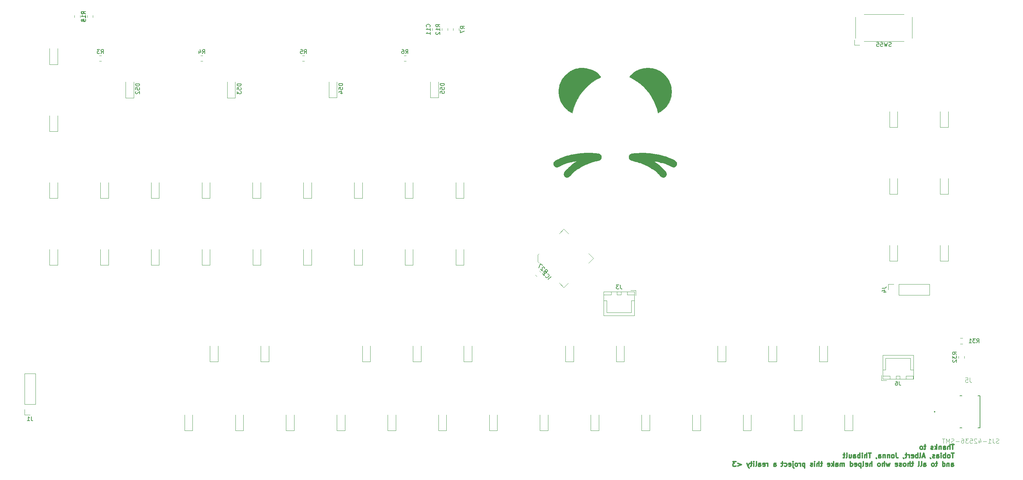
<source format=gbr>
G04 #@! TF.GenerationSoftware,KiCad,Pcbnew,(5.0.0)*
G04 #@! TF.CreationDate,2018-08-12T11:34:12+02:00*
G04 #@! TF.ProjectId,OTTOtact,4F54544F746163742E6B696361645F70,rev?*
G04 #@! TF.SameCoordinates,Original*
G04 #@! TF.FileFunction,Legend,Bot*
G04 #@! TF.FilePolarity,Positive*
%FSLAX46Y46*%
G04 Gerber Fmt 4.6, Leading zero omitted, Abs format (unit mm)*
G04 Created by KiCad (PCBNEW (5.0.0)) date 08/12/18 11:34:12*
%MOMM*%
%LPD*%
G01*
G04 APERTURE LIST*
%ADD10C,0.300000*%
%ADD11C,0.010000*%
%ADD12C,0.200000*%
%ADD13C,0.127000*%
%ADD14C,0.120000*%
%ADD15C,0.100000*%
%ADD16C,0.050000*%
%ADD17C,0.150000*%
G04 APERTURE END LIST*
D10*
X255940648Y-142948427D02*
X255254934Y-142948427D01*
X255597791Y-144148427D02*
X255597791Y-142948427D01*
X254854934Y-144148427D02*
X254854934Y-142948427D01*
X254340648Y-144148427D02*
X254340648Y-143519855D01*
X254397791Y-143405570D01*
X254512076Y-143348427D01*
X254683505Y-143348427D01*
X254797791Y-143405570D01*
X254854934Y-143462712D01*
X253254934Y-144148427D02*
X253254934Y-143519855D01*
X253312076Y-143405570D01*
X253426362Y-143348427D01*
X253654934Y-143348427D01*
X253769219Y-143405570D01*
X253254934Y-144091284D02*
X253369219Y-144148427D01*
X253654934Y-144148427D01*
X253769219Y-144091284D01*
X253826362Y-143976998D01*
X253826362Y-143862712D01*
X253769219Y-143748427D01*
X253654934Y-143691284D01*
X253369219Y-143691284D01*
X253254934Y-143634141D01*
X252683505Y-143348427D02*
X252683505Y-144148427D01*
X252683505Y-143462712D02*
X252626362Y-143405570D01*
X252512076Y-143348427D01*
X252340648Y-143348427D01*
X252226362Y-143405570D01*
X252169219Y-143519855D01*
X252169219Y-144148427D01*
X251597791Y-144148427D02*
X251597791Y-142948427D01*
X251483505Y-143691284D02*
X251140648Y-144148427D01*
X251140648Y-143348427D02*
X251597791Y-143805570D01*
X250683505Y-144091284D02*
X250569219Y-144148427D01*
X250340648Y-144148427D01*
X250226362Y-144091284D01*
X250169219Y-143976998D01*
X250169219Y-143919855D01*
X250226362Y-143805570D01*
X250340648Y-143748427D01*
X250512076Y-143748427D01*
X250626362Y-143691284D01*
X250683505Y-143576998D01*
X250683505Y-143519855D01*
X250626362Y-143405570D01*
X250512076Y-143348427D01*
X250340648Y-143348427D01*
X250226362Y-143405570D01*
X248912076Y-143348427D02*
X248454934Y-143348427D01*
X248740648Y-142948427D02*
X248740648Y-143976998D01*
X248683505Y-144091284D01*
X248569219Y-144148427D01*
X248454934Y-144148427D01*
X247883505Y-144148427D02*
X247997791Y-144091284D01*
X248054934Y-144034141D01*
X248112076Y-143919855D01*
X248112076Y-143576998D01*
X248054934Y-143462712D01*
X247997791Y-143405570D01*
X247883505Y-143348427D01*
X247712076Y-143348427D01*
X247597791Y-143405570D01*
X247540648Y-143462712D01*
X247483505Y-143576998D01*
X247483505Y-143919855D01*
X247540648Y-144034141D01*
X247597791Y-144091284D01*
X247712076Y-144148427D01*
X247883505Y-144148427D01*
X255940648Y-145048427D02*
X255254934Y-145048427D01*
X255597791Y-146248427D02*
X255597791Y-145048427D01*
X254683505Y-146248427D02*
X254797791Y-146191284D01*
X254854934Y-146134141D01*
X254912076Y-146019855D01*
X254912076Y-145676998D01*
X254854934Y-145562712D01*
X254797791Y-145505570D01*
X254683505Y-145448427D01*
X254512076Y-145448427D01*
X254397791Y-145505570D01*
X254340648Y-145562712D01*
X254283505Y-145676998D01*
X254283505Y-146019855D01*
X254340648Y-146134141D01*
X254397791Y-146191284D01*
X254512076Y-146248427D01*
X254683505Y-146248427D01*
X253769219Y-146248427D02*
X253769219Y-145048427D01*
X253769219Y-145505570D02*
X253654934Y-145448427D01*
X253426362Y-145448427D01*
X253312076Y-145505570D01*
X253254934Y-145562712D01*
X253197791Y-145676998D01*
X253197791Y-146019855D01*
X253254934Y-146134141D01*
X253312076Y-146191284D01*
X253426362Y-146248427D01*
X253654934Y-146248427D01*
X253769219Y-146191284D01*
X252683505Y-146248427D02*
X252683505Y-145448427D01*
X252683505Y-145048427D02*
X252740648Y-145105570D01*
X252683505Y-145162712D01*
X252626362Y-145105570D01*
X252683505Y-145048427D01*
X252683505Y-145162712D01*
X251597791Y-146248427D02*
X251597791Y-145619855D01*
X251654934Y-145505570D01*
X251769219Y-145448427D01*
X251997791Y-145448427D01*
X252112076Y-145505570D01*
X251597791Y-146191284D02*
X251712076Y-146248427D01*
X251997791Y-146248427D01*
X252112076Y-146191284D01*
X252169219Y-146076998D01*
X252169219Y-145962712D01*
X252112076Y-145848427D01*
X251997791Y-145791284D01*
X251712076Y-145791284D01*
X251597791Y-145734141D01*
X251083505Y-146191284D02*
X250969219Y-146248427D01*
X250740648Y-146248427D01*
X250626362Y-146191284D01*
X250569219Y-146076998D01*
X250569219Y-146019855D01*
X250626362Y-145905570D01*
X250740648Y-145848427D01*
X250912076Y-145848427D01*
X251026362Y-145791284D01*
X251083505Y-145676998D01*
X251083505Y-145619855D01*
X251026362Y-145505570D01*
X250912076Y-145448427D01*
X250740648Y-145448427D01*
X250626362Y-145505570D01*
X249997791Y-146191284D02*
X249997791Y-146248427D01*
X250054934Y-146362712D01*
X250112076Y-146419855D01*
X248626362Y-145905570D02*
X248054934Y-145905570D01*
X248740648Y-146248427D02*
X248340648Y-145048427D01*
X247940648Y-146248427D01*
X247369219Y-146248427D02*
X247483505Y-146191284D01*
X247540648Y-146076998D01*
X247540648Y-145048427D01*
X246912076Y-146248427D02*
X246912076Y-145048427D01*
X246912076Y-145505570D02*
X246797791Y-145448427D01*
X246569219Y-145448427D01*
X246454934Y-145505570D01*
X246397791Y-145562712D01*
X246340648Y-145676998D01*
X246340648Y-146019855D01*
X246397791Y-146134141D01*
X246454934Y-146191284D01*
X246569219Y-146248427D01*
X246797791Y-146248427D01*
X246912076Y-146191284D01*
X245369219Y-146191284D02*
X245483505Y-146248427D01*
X245712076Y-146248427D01*
X245826362Y-146191284D01*
X245883505Y-146076998D01*
X245883505Y-145619855D01*
X245826362Y-145505570D01*
X245712076Y-145448427D01*
X245483505Y-145448427D01*
X245369219Y-145505570D01*
X245312076Y-145619855D01*
X245312076Y-145734141D01*
X245883505Y-145848427D01*
X244797791Y-146248427D02*
X244797791Y-145448427D01*
X244797791Y-145676998D02*
X244740648Y-145562712D01*
X244683505Y-145505570D01*
X244569219Y-145448427D01*
X244454934Y-145448427D01*
X244226362Y-145448427D02*
X243769219Y-145448427D01*
X244054934Y-145048427D02*
X244054934Y-146076998D01*
X243997791Y-146191284D01*
X243883505Y-146248427D01*
X243769219Y-146248427D01*
X243312076Y-146191284D02*
X243312076Y-146248427D01*
X243369219Y-146362712D01*
X243426362Y-146419855D01*
X241540648Y-145048427D02*
X241540648Y-145905570D01*
X241597791Y-146076998D01*
X241712076Y-146191284D01*
X241883505Y-146248427D01*
X241997791Y-146248427D01*
X240797791Y-146248427D02*
X240912076Y-146191284D01*
X240969219Y-146134141D01*
X241026362Y-146019855D01*
X241026362Y-145676998D01*
X240969219Y-145562712D01*
X240912076Y-145505570D01*
X240797791Y-145448427D01*
X240626362Y-145448427D01*
X240512076Y-145505570D01*
X240454934Y-145562712D01*
X240397791Y-145676998D01*
X240397791Y-146019855D01*
X240454934Y-146134141D01*
X240512076Y-146191284D01*
X240626362Y-146248427D01*
X240797791Y-146248427D01*
X239883505Y-145448427D02*
X239883505Y-146248427D01*
X239883505Y-145562712D02*
X239826362Y-145505570D01*
X239712076Y-145448427D01*
X239540648Y-145448427D01*
X239426362Y-145505570D01*
X239369219Y-145619855D01*
X239369219Y-146248427D01*
X238797791Y-145448427D02*
X238797791Y-146248427D01*
X238797791Y-145562712D02*
X238740648Y-145505570D01*
X238626362Y-145448427D01*
X238454934Y-145448427D01*
X238340648Y-145505570D01*
X238283505Y-145619855D01*
X238283505Y-146248427D01*
X237197791Y-146248427D02*
X237197791Y-145619855D01*
X237254934Y-145505570D01*
X237369219Y-145448427D01*
X237597791Y-145448427D01*
X237712076Y-145505570D01*
X237197791Y-146191284D02*
X237312076Y-146248427D01*
X237597791Y-146248427D01*
X237712076Y-146191284D01*
X237769219Y-146076998D01*
X237769219Y-145962712D01*
X237712076Y-145848427D01*
X237597791Y-145791284D01*
X237312076Y-145791284D01*
X237197791Y-145734141D01*
X236569219Y-146191284D02*
X236569219Y-146248427D01*
X236626362Y-146362712D01*
X236683505Y-146419855D01*
X235312076Y-145048427D02*
X234626362Y-145048427D01*
X234969219Y-146248427D02*
X234969219Y-145048427D01*
X234226362Y-146248427D02*
X234226362Y-145048427D01*
X233712076Y-146248427D02*
X233712076Y-145619855D01*
X233769219Y-145505570D01*
X233883505Y-145448427D01*
X234054934Y-145448427D01*
X234169219Y-145505570D01*
X234226362Y-145562712D01*
X233140648Y-146248427D02*
X233140648Y-145448427D01*
X233140648Y-145048427D02*
X233197791Y-145105570D01*
X233140648Y-145162712D01*
X233083505Y-145105570D01*
X233140648Y-145048427D01*
X233140648Y-145162712D01*
X232569219Y-146248427D02*
X232569219Y-145048427D01*
X232569219Y-145505570D02*
X232454934Y-145448427D01*
X232226362Y-145448427D01*
X232112076Y-145505570D01*
X232054934Y-145562712D01*
X231997791Y-145676998D01*
X231997791Y-146019855D01*
X232054934Y-146134141D01*
X232112076Y-146191284D01*
X232226362Y-146248427D01*
X232454934Y-146248427D01*
X232569219Y-146191284D01*
X230969219Y-146248427D02*
X230969219Y-145619855D01*
X231026362Y-145505570D01*
X231140648Y-145448427D01*
X231369219Y-145448427D01*
X231483505Y-145505570D01*
X230969219Y-146191284D02*
X231083505Y-146248427D01*
X231369219Y-146248427D01*
X231483505Y-146191284D01*
X231540648Y-146076998D01*
X231540648Y-145962712D01*
X231483505Y-145848427D01*
X231369219Y-145791284D01*
X231083505Y-145791284D01*
X230969219Y-145734141D01*
X229883505Y-145448427D02*
X229883505Y-146248427D01*
X230397791Y-145448427D02*
X230397791Y-146076998D01*
X230340648Y-146191284D01*
X230226362Y-146248427D01*
X230054934Y-146248427D01*
X229940648Y-146191284D01*
X229883505Y-146134141D01*
X229140648Y-146248427D02*
X229254934Y-146191284D01*
X229312076Y-146076998D01*
X229312076Y-145048427D01*
X228854934Y-145448427D02*
X228397791Y-145448427D01*
X228683505Y-145048427D02*
X228683505Y-146076998D01*
X228626362Y-146191284D01*
X228512076Y-146248427D01*
X228397791Y-146248427D01*
X255254934Y-148348427D02*
X255254934Y-147719855D01*
X255312076Y-147605570D01*
X255426362Y-147548427D01*
X255654934Y-147548427D01*
X255769219Y-147605570D01*
X255254934Y-148291284D02*
X255369219Y-148348427D01*
X255654934Y-148348427D01*
X255769219Y-148291284D01*
X255826362Y-148176998D01*
X255826362Y-148062712D01*
X255769219Y-147948427D01*
X255654934Y-147891284D01*
X255369219Y-147891284D01*
X255254934Y-147834141D01*
X254683505Y-147548427D02*
X254683505Y-148348427D01*
X254683505Y-147662712D02*
X254626362Y-147605570D01*
X254512076Y-147548427D01*
X254340648Y-147548427D01*
X254226362Y-147605570D01*
X254169219Y-147719855D01*
X254169219Y-148348427D01*
X253083505Y-148348427D02*
X253083505Y-147148427D01*
X253083505Y-148291284D02*
X253197791Y-148348427D01*
X253426362Y-148348427D01*
X253540648Y-148291284D01*
X253597791Y-148234141D01*
X253654934Y-148119855D01*
X253654934Y-147776998D01*
X253597791Y-147662712D01*
X253540648Y-147605570D01*
X253426362Y-147548427D01*
X253197791Y-147548427D01*
X253083505Y-147605570D01*
X251769219Y-147548427D02*
X251312076Y-147548427D01*
X251597791Y-147148427D02*
X251597791Y-148176998D01*
X251540648Y-148291284D01*
X251426362Y-148348427D01*
X251312076Y-148348427D01*
X250740648Y-148348427D02*
X250854934Y-148291284D01*
X250912076Y-148234141D01*
X250969219Y-148119855D01*
X250969219Y-147776998D01*
X250912076Y-147662712D01*
X250854934Y-147605570D01*
X250740648Y-147548427D01*
X250569219Y-147548427D01*
X250454934Y-147605570D01*
X250397791Y-147662712D01*
X250340648Y-147776998D01*
X250340648Y-148119855D01*
X250397791Y-148234141D01*
X250454934Y-148291284D01*
X250569219Y-148348427D01*
X250740648Y-148348427D01*
X248397791Y-148348427D02*
X248397791Y-147719855D01*
X248454934Y-147605570D01*
X248569219Y-147548427D01*
X248797791Y-147548427D01*
X248912076Y-147605570D01*
X248397791Y-148291284D02*
X248512076Y-148348427D01*
X248797791Y-148348427D01*
X248912076Y-148291284D01*
X248969219Y-148176998D01*
X248969219Y-148062712D01*
X248912076Y-147948427D01*
X248797791Y-147891284D01*
X248512076Y-147891284D01*
X248397791Y-147834141D01*
X247654934Y-148348427D02*
X247769219Y-148291284D01*
X247826362Y-148176998D01*
X247826362Y-147148427D01*
X247026362Y-148348427D02*
X247140648Y-148291284D01*
X247197791Y-148176998D01*
X247197791Y-147148427D01*
X245826362Y-147548427D02*
X245369219Y-147548427D01*
X245654934Y-147148427D02*
X245654934Y-148176998D01*
X245597791Y-148291284D01*
X245483505Y-148348427D01*
X245369219Y-148348427D01*
X244969219Y-148348427D02*
X244969219Y-147148427D01*
X244454934Y-148348427D02*
X244454934Y-147719855D01*
X244512076Y-147605570D01*
X244626362Y-147548427D01*
X244797791Y-147548427D01*
X244912076Y-147605570D01*
X244969219Y-147662712D01*
X243712076Y-148348427D02*
X243826362Y-148291284D01*
X243883505Y-148234141D01*
X243940648Y-148119855D01*
X243940648Y-147776998D01*
X243883505Y-147662712D01*
X243826362Y-147605570D01*
X243712076Y-147548427D01*
X243540648Y-147548427D01*
X243426362Y-147605570D01*
X243369219Y-147662712D01*
X243312076Y-147776998D01*
X243312076Y-148119855D01*
X243369219Y-148234141D01*
X243426362Y-148291284D01*
X243540648Y-148348427D01*
X243712076Y-148348427D01*
X242854934Y-148291284D02*
X242740648Y-148348427D01*
X242512076Y-148348427D01*
X242397791Y-148291284D01*
X242340648Y-148176998D01*
X242340648Y-148119855D01*
X242397791Y-148005570D01*
X242512076Y-147948427D01*
X242683505Y-147948427D01*
X242797791Y-147891284D01*
X242854934Y-147776998D01*
X242854934Y-147719855D01*
X242797791Y-147605570D01*
X242683505Y-147548427D01*
X242512076Y-147548427D01*
X242397791Y-147605570D01*
X241369219Y-148291284D02*
X241483505Y-148348427D01*
X241712076Y-148348427D01*
X241826362Y-148291284D01*
X241883505Y-148176998D01*
X241883505Y-147719855D01*
X241826362Y-147605570D01*
X241712076Y-147548427D01*
X241483505Y-147548427D01*
X241369219Y-147605570D01*
X241312076Y-147719855D01*
X241312076Y-147834141D01*
X241883505Y-147948427D01*
X239997791Y-147548427D02*
X239769219Y-148348427D01*
X239540648Y-147776998D01*
X239312076Y-148348427D01*
X239083505Y-147548427D01*
X238626362Y-148348427D02*
X238626362Y-147148427D01*
X238112076Y-148348427D02*
X238112076Y-147719855D01*
X238169219Y-147605570D01*
X238283505Y-147548427D01*
X238454934Y-147548427D01*
X238569219Y-147605570D01*
X238626362Y-147662712D01*
X237369219Y-148348427D02*
X237483505Y-148291284D01*
X237540648Y-148234141D01*
X237597791Y-148119855D01*
X237597791Y-147776998D01*
X237540648Y-147662712D01*
X237483505Y-147605570D01*
X237369219Y-147548427D01*
X237197791Y-147548427D01*
X237083505Y-147605570D01*
X237026362Y-147662712D01*
X236969219Y-147776998D01*
X236969219Y-148119855D01*
X237026362Y-148234141D01*
X237083505Y-148291284D01*
X237197791Y-148348427D01*
X237369219Y-148348427D01*
X235540648Y-148348427D02*
X235540648Y-147148427D01*
X235026362Y-148348427D02*
X235026362Y-147719855D01*
X235083505Y-147605570D01*
X235197791Y-147548427D01*
X235369219Y-147548427D01*
X235483505Y-147605570D01*
X235540648Y-147662712D01*
X233997791Y-148291284D02*
X234112076Y-148348427D01*
X234340648Y-148348427D01*
X234454934Y-148291284D01*
X234512076Y-148176998D01*
X234512076Y-147719855D01*
X234454934Y-147605570D01*
X234340648Y-147548427D01*
X234112076Y-147548427D01*
X233997791Y-147605570D01*
X233940648Y-147719855D01*
X233940648Y-147834141D01*
X234512076Y-147948427D01*
X233254934Y-148348427D02*
X233369219Y-148291284D01*
X233426362Y-148176998D01*
X233426362Y-147148427D01*
X232797791Y-147548427D02*
X232797791Y-148748427D01*
X232797791Y-147605570D02*
X232683505Y-147548427D01*
X232454934Y-147548427D01*
X232340648Y-147605570D01*
X232283505Y-147662712D01*
X232226362Y-147776998D01*
X232226362Y-148119855D01*
X232283505Y-148234141D01*
X232340648Y-148291284D01*
X232454934Y-148348427D01*
X232683505Y-148348427D01*
X232797791Y-148291284D01*
X231254934Y-148291284D02*
X231369219Y-148348427D01*
X231597791Y-148348427D01*
X231712076Y-148291284D01*
X231769219Y-148176998D01*
X231769219Y-147719855D01*
X231712076Y-147605570D01*
X231597791Y-147548427D01*
X231369219Y-147548427D01*
X231254934Y-147605570D01*
X231197791Y-147719855D01*
X231197791Y-147834141D01*
X231769219Y-147948427D01*
X230169219Y-148348427D02*
X230169219Y-147148427D01*
X230169219Y-148291284D02*
X230283505Y-148348427D01*
X230512076Y-148348427D01*
X230626362Y-148291284D01*
X230683505Y-148234141D01*
X230740648Y-148119855D01*
X230740648Y-147776998D01*
X230683505Y-147662712D01*
X230626362Y-147605570D01*
X230512076Y-147548427D01*
X230283505Y-147548427D01*
X230169219Y-147605570D01*
X228683505Y-148348427D02*
X228683505Y-147548427D01*
X228683505Y-147662712D02*
X228626362Y-147605570D01*
X228512076Y-147548427D01*
X228340648Y-147548427D01*
X228226362Y-147605570D01*
X228169219Y-147719855D01*
X228169219Y-148348427D01*
X228169219Y-147719855D02*
X228112076Y-147605570D01*
X227997791Y-147548427D01*
X227826362Y-147548427D01*
X227712076Y-147605570D01*
X227654934Y-147719855D01*
X227654934Y-148348427D01*
X226569219Y-148348427D02*
X226569219Y-147719855D01*
X226626362Y-147605570D01*
X226740648Y-147548427D01*
X226969219Y-147548427D01*
X227083505Y-147605570D01*
X226569219Y-148291284D02*
X226683505Y-148348427D01*
X226969219Y-148348427D01*
X227083505Y-148291284D01*
X227140648Y-148176998D01*
X227140648Y-148062712D01*
X227083505Y-147948427D01*
X226969219Y-147891284D01*
X226683505Y-147891284D01*
X226569219Y-147834141D01*
X225997791Y-148348427D02*
X225997791Y-147148427D01*
X225883505Y-147891284D02*
X225540648Y-148348427D01*
X225540648Y-147548427D02*
X225997791Y-148005570D01*
X224569219Y-148291284D02*
X224683505Y-148348427D01*
X224912076Y-148348427D01*
X225026362Y-148291284D01*
X225083505Y-148176998D01*
X225083505Y-147719855D01*
X225026362Y-147605570D01*
X224912076Y-147548427D01*
X224683505Y-147548427D01*
X224569219Y-147605570D01*
X224512076Y-147719855D01*
X224512076Y-147834141D01*
X225083505Y-147948427D01*
X223254934Y-147548427D02*
X222797791Y-147548427D01*
X223083505Y-147148427D02*
X223083505Y-148176998D01*
X223026362Y-148291284D01*
X222912076Y-148348427D01*
X222797791Y-148348427D01*
X222397791Y-148348427D02*
X222397791Y-147148427D01*
X221883505Y-148348427D02*
X221883505Y-147719855D01*
X221940648Y-147605570D01*
X222054934Y-147548427D01*
X222226362Y-147548427D01*
X222340648Y-147605570D01*
X222397791Y-147662712D01*
X221312076Y-148348427D02*
X221312076Y-147548427D01*
X221312076Y-147148427D02*
X221369219Y-147205570D01*
X221312076Y-147262712D01*
X221254934Y-147205570D01*
X221312076Y-147148427D01*
X221312076Y-147262712D01*
X220797791Y-148291284D02*
X220683505Y-148348427D01*
X220454934Y-148348427D01*
X220340648Y-148291284D01*
X220283505Y-148176998D01*
X220283505Y-148119855D01*
X220340648Y-148005570D01*
X220454934Y-147948427D01*
X220626362Y-147948427D01*
X220740648Y-147891284D01*
X220797791Y-147776998D01*
X220797791Y-147719855D01*
X220740648Y-147605570D01*
X220626362Y-147548427D01*
X220454934Y-147548427D01*
X220340648Y-147605570D01*
X218854934Y-147548427D02*
X218854934Y-148748427D01*
X218854934Y-147605570D02*
X218740648Y-147548427D01*
X218512076Y-147548427D01*
X218397791Y-147605570D01*
X218340648Y-147662712D01*
X218283505Y-147776998D01*
X218283505Y-148119855D01*
X218340648Y-148234141D01*
X218397791Y-148291284D01*
X218512076Y-148348427D01*
X218740648Y-148348427D01*
X218854934Y-148291284D01*
X217769219Y-148348427D02*
X217769219Y-147548427D01*
X217769219Y-147776998D02*
X217712076Y-147662712D01*
X217654934Y-147605570D01*
X217540648Y-147548427D01*
X217426362Y-147548427D01*
X216854934Y-148348427D02*
X216969219Y-148291284D01*
X217026362Y-148234141D01*
X217083505Y-148119855D01*
X217083505Y-147776998D01*
X217026362Y-147662712D01*
X216969219Y-147605570D01*
X216854934Y-147548427D01*
X216683505Y-147548427D01*
X216569219Y-147605570D01*
X216512076Y-147662712D01*
X216454934Y-147776998D01*
X216454934Y-148119855D01*
X216512076Y-148234141D01*
X216569219Y-148291284D01*
X216683505Y-148348427D01*
X216854934Y-148348427D01*
X215940648Y-147548427D02*
X215940648Y-148576998D01*
X215997791Y-148691284D01*
X216112076Y-148748427D01*
X216169219Y-148748427D01*
X215940648Y-147148427D02*
X215997791Y-147205570D01*
X215940648Y-147262712D01*
X215883505Y-147205570D01*
X215940648Y-147148427D01*
X215940648Y-147262712D01*
X214912076Y-148291284D02*
X215026362Y-148348427D01*
X215254934Y-148348427D01*
X215369219Y-148291284D01*
X215426362Y-148176998D01*
X215426362Y-147719855D01*
X215369219Y-147605570D01*
X215254934Y-147548427D01*
X215026362Y-147548427D01*
X214912076Y-147605570D01*
X214854934Y-147719855D01*
X214854934Y-147834141D01*
X215426362Y-147948427D01*
X213826362Y-148291284D02*
X213940648Y-148348427D01*
X214169219Y-148348427D01*
X214283505Y-148291284D01*
X214340648Y-148234141D01*
X214397791Y-148119855D01*
X214397791Y-147776998D01*
X214340648Y-147662712D01*
X214283505Y-147605570D01*
X214169219Y-147548427D01*
X213940648Y-147548427D01*
X213826362Y-147605570D01*
X213483505Y-147548427D02*
X213026362Y-147548427D01*
X213312076Y-147148427D02*
X213312076Y-148176998D01*
X213254934Y-148291284D01*
X213140648Y-148348427D01*
X213026362Y-148348427D01*
X211197791Y-148348427D02*
X211197791Y-147719855D01*
X211254934Y-147605570D01*
X211369219Y-147548427D01*
X211597791Y-147548427D01*
X211712076Y-147605570D01*
X211197791Y-148291284D02*
X211312076Y-148348427D01*
X211597791Y-148348427D01*
X211712076Y-148291284D01*
X211769219Y-148176998D01*
X211769219Y-148062712D01*
X211712076Y-147948427D01*
X211597791Y-147891284D01*
X211312076Y-147891284D01*
X211197791Y-147834141D01*
X209712076Y-148348427D02*
X209712076Y-147548427D01*
X209712076Y-147776998D02*
X209654934Y-147662712D01*
X209597791Y-147605570D01*
X209483505Y-147548427D01*
X209369219Y-147548427D01*
X208512076Y-148291284D02*
X208626362Y-148348427D01*
X208854934Y-148348427D01*
X208969219Y-148291284D01*
X209026362Y-148176998D01*
X209026362Y-147719855D01*
X208969219Y-147605570D01*
X208854934Y-147548427D01*
X208626362Y-147548427D01*
X208512076Y-147605570D01*
X208454934Y-147719855D01*
X208454934Y-147834141D01*
X209026362Y-147948427D01*
X207426362Y-148348427D02*
X207426362Y-147719855D01*
X207483505Y-147605570D01*
X207597791Y-147548427D01*
X207826362Y-147548427D01*
X207940648Y-147605570D01*
X207426362Y-148291284D02*
X207540648Y-148348427D01*
X207826362Y-148348427D01*
X207940648Y-148291284D01*
X207997791Y-148176998D01*
X207997791Y-148062712D01*
X207940648Y-147948427D01*
X207826362Y-147891284D01*
X207540648Y-147891284D01*
X207426362Y-147834141D01*
X206683505Y-148348427D02*
X206797791Y-148291284D01*
X206854934Y-148176998D01*
X206854934Y-147148427D01*
X206226362Y-148348427D02*
X206226362Y-147548427D01*
X206226362Y-147148427D02*
X206283505Y-147205570D01*
X206226362Y-147262712D01*
X206169219Y-147205570D01*
X206226362Y-147148427D01*
X206226362Y-147262712D01*
X205826362Y-147548427D02*
X205369219Y-147548427D01*
X205654934Y-147148427D02*
X205654934Y-148176998D01*
X205597791Y-148291284D01*
X205483505Y-148348427D01*
X205369219Y-148348427D01*
X205083505Y-147548427D02*
X204797791Y-148348427D01*
X204512076Y-147548427D02*
X204797791Y-148348427D01*
X204912076Y-148634141D01*
X204969219Y-148691284D01*
X205083505Y-148748427D01*
X202226362Y-147548427D02*
X203140648Y-147891284D01*
X202226362Y-148234141D01*
X201769219Y-147148427D02*
X201026362Y-147148427D01*
X201426362Y-147605570D01*
X201254934Y-147605570D01*
X201140648Y-147662712D01*
X201083505Y-147719855D01*
X201026362Y-147834141D01*
X201026362Y-148119855D01*
X201083505Y-148234141D01*
X201140648Y-148291284D01*
X201254934Y-148348427D01*
X201597791Y-148348427D01*
X201712076Y-148291284D01*
X201769219Y-148234141D01*
D11*
G04 #@! TO.C,G\002A\002A\002A*
G36*
X163389321Y-49468666D02*
X163103753Y-49483559D01*
X162990202Y-49493809D01*
X162691966Y-49532327D01*
X162398888Y-49586783D01*
X162110741Y-49657260D01*
X161827296Y-49743842D01*
X161548326Y-49846613D01*
X161273603Y-49965655D01*
X161002899Y-50101051D01*
X160735987Y-50252886D01*
X160494828Y-50406329D01*
X160293837Y-50547611D01*
X160091718Y-50702828D01*
X159891266Y-50869442D01*
X159695276Y-51044915D01*
X159506545Y-51226710D01*
X159327867Y-51412289D01*
X159162039Y-51599115D01*
X159103484Y-51669287D01*
X158914122Y-51913653D01*
X158738443Y-52167737D01*
X158576741Y-52430889D01*
X158429308Y-52702460D01*
X158296440Y-52981801D01*
X158178430Y-53268261D01*
X158075572Y-53561191D01*
X157988160Y-53859941D01*
X157916489Y-54163862D01*
X157875097Y-54383742D01*
X157843409Y-54592517D01*
X157819926Y-54796332D01*
X157804195Y-55000696D01*
X157795765Y-55211117D01*
X157793962Y-55373454D01*
X157794298Y-55443664D01*
X157795244Y-55516159D01*
X157796705Y-55586888D01*
X157798584Y-55651798D01*
X157800786Y-55706839D01*
X157802576Y-55738964D01*
X157831744Y-56056604D01*
X157876629Y-56369111D01*
X157937029Y-56676060D01*
X158012745Y-56977024D01*
X158103575Y-57271578D01*
X158209319Y-57559297D01*
X158329777Y-57839755D01*
X158464747Y-58112525D01*
X158614028Y-58377184D01*
X158777421Y-58633305D01*
X158954725Y-58880462D01*
X159145738Y-59118230D01*
X159350261Y-59346183D01*
X159568092Y-59563896D01*
X159635801Y-59626962D01*
X159861327Y-59822487D01*
X160098944Y-60007034D01*
X160346845Y-60179299D01*
X160603226Y-60337979D01*
X160689562Y-60387239D01*
X160721237Y-60404734D01*
X160761475Y-60426646D01*
X160808142Y-60451843D01*
X160859105Y-60479195D01*
X160912231Y-60507568D01*
X160965386Y-60535831D01*
X161016437Y-60562852D01*
X161063251Y-60587500D01*
X161103693Y-60608643D01*
X161135632Y-60625148D01*
X161156933Y-60635885D01*
X161165464Y-60639720D01*
X161165465Y-60639721D01*
X161168114Y-60631885D01*
X161174054Y-60609992D01*
X161182668Y-60576458D01*
X161193338Y-60533701D01*
X161205447Y-60484138D01*
X161209275Y-60468271D01*
X161324212Y-60022600D01*
X161453361Y-59581454D01*
X161596308Y-59145840D01*
X161752638Y-58716762D01*
X161921934Y-58295226D01*
X162103782Y-57882238D01*
X162297767Y-57478803D01*
X162503473Y-57085928D01*
X162720484Y-56704616D01*
X162855454Y-56482587D01*
X163102621Y-56101840D01*
X163363493Y-55731006D01*
X163637994Y-55370159D01*
X163926048Y-55019373D01*
X164227579Y-54678722D01*
X164542511Y-54348278D01*
X164870768Y-54028117D01*
X165212273Y-53718311D01*
X165566952Y-53418933D01*
X165934727Y-53130059D01*
X166315523Y-52851761D01*
X166709264Y-52584113D01*
X167115874Y-52327188D01*
X167192080Y-52281091D01*
X167258012Y-52241825D01*
X167314778Y-52208998D01*
X167366150Y-52180707D01*
X167415904Y-52155045D01*
X167467814Y-52130109D01*
X167525654Y-52103993D01*
X167593198Y-52074794D01*
X167640695Y-52054688D01*
X167736390Y-52013670D01*
X167818087Y-51977005D01*
X167887847Y-51943673D01*
X167947732Y-51912654D01*
X167999802Y-51882929D01*
X168042861Y-51855656D01*
X168081168Y-51828696D01*
X168118998Y-51799575D01*
X168153852Y-51770505D01*
X168183228Y-51743697D01*
X168204626Y-51721363D01*
X168215544Y-51705716D01*
X168216428Y-51702140D01*
X168212083Y-51690420D01*
X168200288Y-51667913D01*
X168182901Y-51637976D01*
X168164099Y-51607600D01*
X168022647Y-51401018D01*
X167867421Y-51204174D01*
X167698595Y-51017207D01*
X167516342Y-50840253D01*
X167320835Y-50673449D01*
X167112249Y-50516932D01*
X166890757Y-50370840D01*
X166656532Y-50235308D01*
X166409749Y-50110475D01*
X166150581Y-49996477D01*
X166093395Y-49973450D01*
X165795633Y-49862835D01*
X165494360Y-49765413D01*
X165190792Y-49681373D01*
X164886146Y-49610901D01*
X164581638Y-49554188D01*
X164278485Y-49511419D01*
X163977903Y-49482784D01*
X163681110Y-49468470D01*
X163389321Y-49468666D01*
X163389321Y-49468666D01*
G37*
X163389321Y-49468666D02*
X163103753Y-49483559D01*
X162990202Y-49493809D01*
X162691966Y-49532327D01*
X162398888Y-49586783D01*
X162110741Y-49657260D01*
X161827296Y-49743842D01*
X161548326Y-49846613D01*
X161273603Y-49965655D01*
X161002899Y-50101051D01*
X160735987Y-50252886D01*
X160494828Y-50406329D01*
X160293837Y-50547611D01*
X160091718Y-50702828D01*
X159891266Y-50869442D01*
X159695276Y-51044915D01*
X159506545Y-51226710D01*
X159327867Y-51412289D01*
X159162039Y-51599115D01*
X159103484Y-51669287D01*
X158914122Y-51913653D01*
X158738443Y-52167737D01*
X158576741Y-52430889D01*
X158429308Y-52702460D01*
X158296440Y-52981801D01*
X158178430Y-53268261D01*
X158075572Y-53561191D01*
X157988160Y-53859941D01*
X157916489Y-54163862D01*
X157875097Y-54383742D01*
X157843409Y-54592517D01*
X157819926Y-54796332D01*
X157804195Y-55000696D01*
X157795765Y-55211117D01*
X157793962Y-55373454D01*
X157794298Y-55443664D01*
X157795244Y-55516159D01*
X157796705Y-55586888D01*
X157798584Y-55651798D01*
X157800786Y-55706839D01*
X157802576Y-55738964D01*
X157831744Y-56056604D01*
X157876629Y-56369111D01*
X157937029Y-56676060D01*
X158012745Y-56977024D01*
X158103575Y-57271578D01*
X158209319Y-57559297D01*
X158329777Y-57839755D01*
X158464747Y-58112525D01*
X158614028Y-58377184D01*
X158777421Y-58633305D01*
X158954725Y-58880462D01*
X159145738Y-59118230D01*
X159350261Y-59346183D01*
X159568092Y-59563896D01*
X159635801Y-59626962D01*
X159861327Y-59822487D01*
X160098944Y-60007034D01*
X160346845Y-60179299D01*
X160603226Y-60337979D01*
X160689562Y-60387239D01*
X160721237Y-60404734D01*
X160761475Y-60426646D01*
X160808142Y-60451843D01*
X160859105Y-60479195D01*
X160912231Y-60507568D01*
X160965386Y-60535831D01*
X161016437Y-60562852D01*
X161063251Y-60587500D01*
X161103693Y-60608643D01*
X161135632Y-60625148D01*
X161156933Y-60635885D01*
X161165464Y-60639720D01*
X161165465Y-60639721D01*
X161168114Y-60631885D01*
X161174054Y-60609992D01*
X161182668Y-60576458D01*
X161193338Y-60533701D01*
X161205447Y-60484138D01*
X161209275Y-60468271D01*
X161324212Y-60022600D01*
X161453361Y-59581454D01*
X161596308Y-59145840D01*
X161752638Y-58716762D01*
X161921934Y-58295226D01*
X162103782Y-57882238D01*
X162297767Y-57478803D01*
X162503473Y-57085928D01*
X162720484Y-56704616D01*
X162855454Y-56482587D01*
X163102621Y-56101840D01*
X163363493Y-55731006D01*
X163637994Y-55370159D01*
X163926048Y-55019373D01*
X164227579Y-54678722D01*
X164542511Y-54348278D01*
X164870768Y-54028117D01*
X165212273Y-53718311D01*
X165566952Y-53418933D01*
X165934727Y-53130059D01*
X166315523Y-52851761D01*
X166709264Y-52584113D01*
X167115874Y-52327188D01*
X167192080Y-52281091D01*
X167258012Y-52241825D01*
X167314778Y-52208998D01*
X167366150Y-52180707D01*
X167415904Y-52155045D01*
X167467814Y-52130109D01*
X167525654Y-52103993D01*
X167593198Y-52074794D01*
X167640695Y-52054688D01*
X167736390Y-52013670D01*
X167818087Y-51977005D01*
X167887847Y-51943673D01*
X167947732Y-51912654D01*
X167999802Y-51882929D01*
X168042861Y-51855656D01*
X168081168Y-51828696D01*
X168118998Y-51799575D01*
X168153852Y-51770505D01*
X168183228Y-51743697D01*
X168204626Y-51721363D01*
X168215544Y-51705716D01*
X168216428Y-51702140D01*
X168212083Y-51690420D01*
X168200288Y-51667913D01*
X168182901Y-51637976D01*
X168164099Y-51607600D01*
X168022647Y-51401018D01*
X167867421Y-51204174D01*
X167698595Y-51017207D01*
X167516342Y-50840253D01*
X167320835Y-50673449D01*
X167112249Y-50516932D01*
X166890757Y-50370840D01*
X166656532Y-50235308D01*
X166409749Y-50110475D01*
X166150581Y-49996477D01*
X166093395Y-49973450D01*
X165795633Y-49862835D01*
X165494360Y-49765413D01*
X165190792Y-49681373D01*
X164886146Y-49610901D01*
X164581638Y-49554188D01*
X164278485Y-49511419D01*
X163977903Y-49482784D01*
X163681110Y-49468470D01*
X163389321Y-49468666D01*
G36*
X179789902Y-49485975D02*
X179650103Y-49489211D01*
X179519596Y-49494957D01*
X179394617Y-49503517D01*
X179271397Y-49515194D01*
X179146171Y-49530291D01*
X179015173Y-49549113D01*
X178885316Y-49570148D01*
X178575118Y-49630974D01*
X178271836Y-49707250D01*
X177975500Y-49798964D01*
X177686140Y-49906102D01*
X177403786Y-50028652D01*
X177128470Y-50166601D01*
X176860221Y-50319934D01*
X176599069Y-50488640D01*
X176361361Y-50660258D01*
X176290291Y-50714783D01*
X176225057Y-50766022D01*
X176163226Y-50816057D01*
X176102363Y-50866967D01*
X176040037Y-50920835D01*
X175973812Y-50979740D01*
X175901256Y-51045764D01*
X175819935Y-51120987D01*
X175791180Y-51147792D01*
X175717104Y-51217862D01*
X175654619Y-51279094D01*
X175602105Y-51333248D01*
X175557946Y-51382083D01*
X175520524Y-51427357D01*
X175488220Y-51470830D01*
X175471772Y-51495028D01*
X175449357Y-51531763D01*
X175427735Y-51571925D01*
X175408486Y-51611991D01*
X175393193Y-51648441D01*
X175383436Y-51677752D01*
X175380798Y-51696405D01*
X175380936Y-51697303D01*
X175382164Y-51700353D01*
X175385380Y-51704227D01*
X175391508Y-51709469D01*
X175401474Y-51716617D01*
X175416205Y-51726215D01*
X175436623Y-51738803D01*
X175463656Y-51754923D01*
X175498229Y-51775115D01*
X175541266Y-51799922D01*
X175593693Y-51829884D01*
X175656436Y-51865544D01*
X175730419Y-51907441D01*
X175816569Y-51956119D01*
X175915810Y-52012117D01*
X176005761Y-52062839D01*
X176234312Y-52193273D01*
X176448985Y-52319155D01*
X176651796Y-52441778D01*
X176844761Y-52562435D01*
X177029894Y-52682420D01*
X177209212Y-52803025D01*
X177384730Y-52925543D01*
X177558463Y-53051267D01*
X177635595Y-53108484D01*
X177994249Y-53387016D01*
X178343071Y-53679159D01*
X178681382Y-53984279D01*
X179008502Y-54301741D01*
X179323754Y-54630911D01*
X179617733Y-54960988D01*
X179903762Y-55306787D01*
X180178089Y-55664640D01*
X180440737Y-56034589D01*
X180691729Y-56416674D01*
X180931089Y-56810936D01*
X181158840Y-57217416D01*
X181375005Y-57636154D01*
X181579607Y-58067192D01*
X181772669Y-58510571D01*
X181954215Y-58966331D01*
X182071912Y-59285617D01*
X182158376Y-59548083D01*
X182234133Y-59821307D01*
X182237582Y-59835010D01*
X182246174Y-59869873D01*
X182257270Y-59915774D01*
X182270416Y-59970769D01*
X182285161Y-60032917D01*
X182301052Y-60100273D01*
X182317636Y-60170895D01*
X182334460Y-60242839D01*
X182351074Y-60314162D01*
X182367023Y-60382921D01*
X182381856Y-60447173D01*
X182395119Y-60504974D01*
X182406361Y-60554381D01*
X182415129Y-60593452D01*
X182420971Y-60620242D01*
X182423434Y-60632810D01*
X182423484Y-60633371D01*
X182424672Y-60637375D01*
X182429515Y-60638101D01*
X182439957Y-60634657D01*
X182457943Y-60626148D01*
X182485418Y-60611681D01*
X182524326Y-60590363D01*
X182558961Y-60571132D01*
X182821874Y-60419596D01*
X183069250Y-60266191D01*
X183302464Y-60109916D01*
X183522890Y-59949770D01*
X183731904Y-59784752D01*
X183930879Y-59613860D01*
X184121190Y-59436093D01*
X184132805Y-59424754D01*
X184246807Y-59311177D01*
X184349848Y-59204040D01*
X184444833Y-59100063D01*
X184534668Y-58995967D01*
X184622259Y-58888471D01*
X184710509Y-58774295D01*
X184719067Y-58762936D01*
X184884805Y-58528828D01*
X185038527Y-58283706D01*
X185179251Y-58029404D01*
X185305995Y-57767755D01*
X185417774Y-57500590D01*
X185466510Y-57369001D01*
X185550642Y-57108564D01*
X185622040Y-56838441D01*
X185680642Y-56560180D01*
X185726387Y-56275326D01*
X185759212Y-55985426D01*
X185779056Y-55692027D01*
X185785856Y-55396675D01*
X185779551Y-55100916D01*
X185760080Y-54806298D01*
X185727379Y-54514365D01*
X185681389Y-54226666D01*
X185622045Y-53944746D01*
X185606052Y-53879087D01*
X185522816Y-53580565D01*
X185424395Y-53288937D01*
X185311258Y-53004636D01*
X185183874Y-52728096D01*
X185042710Y-52459752D01*
X184888237Y-52200038D01*
X184720921Y-51949387D01*
X184541232Y-51708234D01*
X184349637Y-51477012D01*
X184146606Y-51256157D01*
X183932607Y-51046101D01*
X183708109Y-50847279D01*
X183473579Y-50660124D01*
X183229487Y-50485072D01*
X182976301Y-50322555D01*
X182714489Y-50173009D01*
X182444520Y-50036866D01*
X182166862Y-49914561D01*
X181881984Y-49806529D01*
X181590354Y-49713202D01*
X181292441Y-49635016D01*
X180988714Y-49572403D01*
X180950295Y-49565682D01*
X180820997Y-49544525D01*
X180700364Y-49527106D01*
X180584801Y-49513137D01*
X180470710Y-49502329D01*
X180354496Y-49494395D01*
X180232561Y-49489046D01*
X180101310Y-49485994D01*
X179957146Y-49484951D01*
X179942762Y-49484945D01*
X179789902Y-49485975D01*
X179789902Y-49485975D01*
G37*
X179789902Y-49485975D02*
X179650103Y-49489211D01*
X179519596Y-49494957D01*
X179394617Y-49503517D01*
X179271397Y-49515194D01*
X179146171Y-49530291D01*
X179015173Y-49549113D01*
X178885316Y-49570148D01*
X178575118Y-49630974D01*
X178271836Y-49707250D01*
X177975500Y-49798964D01*
X177686140Y-49906102D01*
X177403786Y-50028652D01*
X177128470Y-50166601D01*
X176860221Y-50319934D01*
X176599069Y-50488640D01*
X176361361Y-50660258D01*
X176290291Y-50714783D01*
X176225057Y-50766022D01*
X176163226Y-50816057D01*
X176102363Y-50866967D01*
X176040037Y-50920835D01*
X175973812Y-50979740D01*
X175901256Y-51045764D01*
X175819935Y-51120987D01*
X175791180Y-51147792D01*
X175717104Y-51217862D01*
X175654619Y-51279094D01*
X175602105Y-51333248D01*
X175557946Y-51382083D01*
X175520524Y-51427357D01*
X175488220Y-51470830D01*
X175471772Y-51495028D01*
X175449357Y-51531763D01*
X175427735Y-51571925D01*
X175408486Y-51611991D01*
X175393193Y-51648441D01*
X175383436Y-51677752D01*
X175380798Y-51696405D01*
X175380936Y-51697303D01*
X175382164Y-51700353D01*
X175385380Y-51704227D01*
X175391508Y-51709469D01*
X175401474Y-51716617D01*
X175416205Y-51726215D01*
X175436623Y-51738803D01*
X175463656Y-51754923D01*
X175498229Y-51775115D01*
X175541266Y-51799922D01*
X175593693Y-51829884D01*
X175656436Y-51865544D01*
X175730419Y-51907441D01*
X175816569Y-51956119D01*
X175915810Y-52012117D01*
X176005761Y-52062839D01*
X176234312Y-52193273D01*
X176448985Y-52319155D01*
X176651796Y-52441778D01*
X176844761Y-52562435D01*
X177029894Y-52682420D01*
X177209212Y-52803025D01*
X177384730Y-52925543D01*
X177558463Y-53051267D01*
X177635595Y-53108484D01*
X177994249Y-53387016D01*
X178343071Y-53679159D01*
X178681382Y-53984279D01*
X179008502Y-54301741D01*
X179323754Y-54630911D01*
X179617733Y-54960988D01*
X179903762Y-55306787D01*
X180178089Y-55664640D01*
X180440737Y-56034589D01*
X180691729Y-56416674D01*
X180931089Y-56810936D01*
X181158840Y-57217416D01*
X181375005Y-57636154D01*
X181579607Y-58067192D01*
X181772669Y-58510571D01*
X181954215Y-58966331D01*
X182071912Y-59285617D01*
X182158376Y-59548083D01*
X182234133Y-59821307D01*
X182237582Y-59835010D01*
X182246174Y-59869873D01*
X182257270Y-59915774D01*
X182270416Y-59970769D01*
X182285161Y-60032917D01*
X182301052Y-60100273D01*
X182317636Y-60170895D01*
X182334460Y-60242839D01*
X182351074Y-60314162D01*
X182367023Y-60382921D01*
X182381856Y-60447173D01*
X182395119Y-60504974D01*
X182406361Y-60554381D01*
X182415129Y-60593452D01*
X182420971Y-60620242D01*
X182423434Y-60632810D01*
X182423484Y-60633371D01*
X182424672Y-60637375D01*
X182429515Y-60638101D01*
X182439957Y-60634657D01*
X182457943Y-60626148D01*
X182485418Y-60611681D01*
X182524326Y-60590363D01*
X182558961Y-60571132D01*
X182821874Y-60419596D01*
X183069250Y-60266191D01*
X183302464Y-60109916D01*
X183522890Y-59949770D01*
X183731904Y-59784752D01*
X183930879Y-59613860D01*
X184121190Y-59436093D01*
X184132805Y-59424754D01*
X184246807Y-59311177D01*
X184349848Y-59204040D01*
X184444833Y-59100063D01*
X184534668Y-58995967D01*
X184622259Y-58888471D01*
X184710509Y-58774295D01*
X184719067Y-58762936D01*
X184884805Y-58528828D01*
X185038527Y-58283706D01*
X185179251Y-58029404D01*
X185305995Y-57767755D01*
X185417774Y-57500590D01*
X185466510Y-57369001D01*
X185550642Y-57108564D01*
X185622040Y-56838441D01*
X185680642Y-56560180D01*
X185726387Y-56275326D01*
X185759212Y-55985426D01*
X185779056Y-55692027D01*
X185785856Y-55396675D01*
X185779551Y-55100916D01*
X185760080Y-54806298D01*
X185727379Y-54514365D01*
X185681389Y-54226666D01*
X185622045Y-53944746D01*
X185606052Y-53879087D01*
X185522816Y-53580565D01*
X185424395Y-53288937D01*
X185311258Y-53004636D01*
X185183874Y-52728096D01*
X185042710Y-52459752D01*
X184888237Y-52200038D01*
X184720921Y-51949387D01*
X184541232Y-51708234D01*
X184349637Y-51477012D01*
X184146606Y-51256157D01*
X183932607Y-51046101D01*
X183708109Y-50847279D01*
X183473579Y-50660124D01*
X183229487Y-50485072D01*
X182976301Y-50322555D01*
X182714489Y-50173009D01*
X182444520Y-50036866D01*
X182166862Y-49914561D01*
X181881984Y-49806529D01*
X181590354Y-49713202D01*
X181292441Y-49635016D01*
X180988714Y-49572403D01*
X180950295Y-49565682D01*
X180820997Y-49544525D01*
X180700364Y-49527106D01*
X180584801Y-49513137D01*
X180470710Y-49502329D01*
X180354496Y-49494395D01*
X180232561Y-49489046D01*
X180101310Y-49485994D01*
X179957146Y-49484951D01*
X179942762Y-49484945D01*
X179789902Y-49485975D01*
G36*
X164336420Y-70568529D02*
X163795618Y-70594312D01*
X163260373Y-70634880D01*
X162730191Y-70690260D01*
X162204575Y-70760477D01*
X161683028Y-70845558D01*
X161165056Y-70945531D01*
X160952028Y-70991177D01*
X160691228Y-71050997D01*
X160425244Y-71116436D01*
X160158313Y-71186345D01*
X159894677Y-71259572D01*
X159638574Y-71334966D01*
X159394244Y-71411376D01*
X159343362Y-71427923D01*
X159296394Y-71443887D01*
X159235789Y-71465403D01*
X159163608Y-71491681D01*
X159081917Y-71521934D01*
X158992777Y-71555372D01*
X158898253Y-71591208D01*
X158800409Y-71628653D01*
X158701308Y-71666918D01*
X158603012Y-71705216D01*
X158507587Y-71742757D01*
X158417095Y-71778754D01*
X158333600Y-71812417D01*
X158284656Y-71832428D01*
X158057498Y-71928399D01*
X157841228Y-72024820D01*
X157636788Y-72121216D01*
X157445123Y-72217111D01*
X157267175Y-72312031D01*
X157103886Y-72405501D01*
X156956201Y-72497046D01*
X156926785Y-72516294D01*
X156817765Y-72595821D01*
X156725045Y-72679657D01*
X156648468Y-72768121D01*
X156587878Y-72861535D01*
X156543117Y-72960217D01*
X156514029Y-73064488D01*
X156500457Y-73174668D01*
X156502245Y-73291076D01*
X156510792Y-73365156D01*
X156534852Y-73482293D01*
X156570371Y-73587900D01*
X156618185Y-73683637D01*
X156679133Y-73771163D01*
X156754052Y-73852137D01*
X156759040Y-73856852D01*
X156846976Y-73927982D01*
X156944165Y-73985911D01*
X157048538Y-74030027D01*
X157158023Y-74059718D01*
X157270550Y-74074371D01*
X157384047Y-74073375D01*
X157459043Y-74063747D01*
X157491027Y-74057595D01*
X157522427Y-74050419D01*
X157554572Y-74041652D01*
X157588791Y-74030727D01*
X157626412Y-74017077D01*
X157668766Y-74000134D01*
X157717180Y-73979332D01*
X157772984Y-73954102D01*
X157837507Y-73923877D01*
X157912078Y-73888091D01*
X157998026Y-73846176D01*
X158096679Y-73797565D01*
X158183800Y-73754389D01*
X158346280Y-73674065D01*
X158495259Y-73601181D01*
X158632132Y-73535127D01*
X158758293Y-73475292D01*
X158875139Y-73421066D01*
X158984064Y-73371837D01*
X159086463Y-73326995D01*
X159183732Y-73285929D01*
X159277267Y-73248029D01*
X159368461Y-73212682D01*
X159458711Y-73179280D01*
X159549412Y-73147211D01*
X159641958Y-73115863D01*
X159643928Y-73115210D01*
X159714699Y-73092080D01*
X159782246Y-73070825D01*
X159848828Y-73050849D01*
X159916706Y-73031557D01*
X159988139Y-73012354D01*
X160065387Y-72992645D01*
X160150711Y-72971835D01*
X160246369Y-72949329D01*
X160354621Y-72924533D01*
X160448262Y-72903441D01*
X160528662Y-72885351D01*
X160615218Y-72865734D01*
X160703617Y-72845577D01*
X160789544Y-72825867D01*
X160868686Y-72807591D01*
X160936728Y-72791737D01*
X160952028Y-72788143D01*
X161105016Y-72752726D01*
X161244069Y-72721845D01*
X161371442Y-72695071D01*
X161489390Y-72671974D01*
X161600167Y-72652123D01*
X161706027Y-72635089D01*
X161809224Y-72620441D01*
X161874895Y-72612123D01*
X161924694Y-72606469D01*
X161979671Y-72600849D01*
X162037300Y-72595456D01*
X162095054Y-72590482D01*
X162150409Y-72586119D01*
X162200838Y-72582558D01*
X162243815Y-72579993D01*
X162276814Y-72578614D01*
X162297310Y-72578614D01*
X162302906Y-72579576D01*
X162296606Y-72584732D01*
X162277212Y-72598578D01*
X162245730Y-72620432D01*
X162203169Y-72649608D01*
X162150537Y-72685427D01*
X162088842Y-72727203D01*
X162019091Y-72774255D01*
X161942292Y-72825900D01*
X161859454Y-72881455D01*
X161771585Y-72940237D01*
X161698419Y-72989077D01*
X161090108Y-73394754D01*
X160578685Y-73886955D01*
X160466995Y-73994710D01*
X160356631Y-74101694D01*
X160248372Y-74207128D01*
X160142999Y-74310234D01*
X160041290Y-74410231D01*
X159944025Y-74506340D01*
X159851985Y-74597783D01*
X159765947Y-74683779D01*
X159686693Y-74763551D01*
X159615002Y-74836317D01*
X159551652Y-74901300D01*
X159497425Y-74957720D01*
X159453099Y-75004798D01*
X159419453Y-75041754D01*
X159397269Y-75067809D01*
X159397056Y-75068077D01*
X159305078Y-75194578D01*
X159227921Y-75323474D01*
X159166151Y-75453631D01*
X159120336Y-75583917D01*
X159101190Y-75659587D01*
X159092891Y-75711413D01*
X159087604Y-75772899D01*
X159085338Y-75839179D01*
X159086104Y-75905387D01*
X159089911Y-75966653D01*
X159096769Y-76018112D01*
X159100431Y-76035113D01*
X159127817Y-76123391D01*
X159164292Y-76208827D01*
X159189177Y-76255286D01*
X159215693Y-76294042D01*
X159252165Y-76338482D01*
X159294723Y-76384516D01*
X159339496Y-76428051D01*
X159382615Y-76464996D01*
X159399652Y-76477815D01*
X159445662Y-76507129D01*
X159501191Y-76537107D01*
X159560427Y-76565005D01*
X159617556Y-76588077D01*
X159665095Y-76603158D01*
X159703438Y-76610355D01*
X159752963Y-76615975D01*
X159808213Y-76619757D01*
X159863735Y-76621444D01*
X159914072Y-76620779D01*
X159953771Y-76617502D01*
X159957195Y-76616981D01*
X160070743Y-76590505D01*
X160185359Y-76547953D01*
X160299712Y-76490011D01*
X160412473Y-76417365D01*
X160522312Y-76330700D01*
X160537162Y-76317682D01*
X160572100Y-76286021D01*
X160604503Y-76255032D01*
X160636384Y-76222503D01*
X160669756Y-76186220D01*
X160706633Y-76143970D01*
X160749029Y-76093540D01*
X160798957Y-76032717D01*
X160820079Y-76006720D01*
X160941261Y-75862532D01*
X161069760Y-75720115D01*
X161207100Y-75577964D01*
X161354807Y-75434574D01*
X161514405Y-75288441D01*
X161687419Y-75138059D01*
X161773327Y-75065880D01*
X161825291Y-75022970D01*
X161883199Y-74975695D01*
X161945226Y-74925498D01*
X162009548Y-74873824D01*
X162074340Y-74822118D01*
X162137778Y-74771822D01*
X162198038Y-74724382D01*
X162253296Y-74681242D01*
X162301726Y-74643846D01*
X162341506Y-74613638D01*
X162370810Y-74592063D01*
X162379984Y-74585629D01*
X162476087Y-74529811D01*
X162577471Y-74489673D01*
X162682860Y-74465665D01*
X162734261Y-74460021D01*
X162810461Y-74454514D01*
X162890895Y-74379926D01*
X162996750Y-74285964D01*
X163108368Y-74195309D01*
X163226785Y-74107379D01*
X163353039Y-74021591D01*
X163488166Y-73937364D01*
X163633203Y-73854115D01*
X163789186Y-73771262D01*
X163957151Y-73688222D01*
X164138136Y-73604414D01*
X164333177Y-73519255D01*
X164543311Y-73432163D01*
X164664661Y-73383635D01*
X164719416Y-73361984D01*
X164786492Y-73335444D01*
X164862474Y-73305368D01*
X164943941Y-73273110D01*
X165027476Y-73240023D01*
X165109662Y-73207461D01*
X165169953Y-73183567D01*
X165270457Y-73143784D01*
X165357536Y-73109467D01*
X165433473Y-73079752D01*
X165500549Y-73053780D01*
X165561047Y-73030689D01*
X165617250Y-73009618D01*
X165671440Y-72989706D01*
X165725900Y-72970093D01*
X165782911Y-72949916D01*
X165844757Y-72928316D01*
X165867532Y-72920411D01*
X166113039Y-72838773D01*
X166371860Y-72759296D01*
X166640417Y-72682976D01*
X166915131Y-72610808D01*
X167192424Y-72543789D01*
X167340128Y-72510496D01*
X167425979Y-72491620D01*
X167497160Y-72475893D01*
X167555549Y-72462852D01*
X167603020Y-72452037D01*
X167641449Y-72442988D01*
X167672712Y-72435242D01*
X167698684Y-72428340D01*
X167721241Y-72421820D01*
X167742258Y-72415222D01*
X167763612Y-72408084D01*
X167780395Y-72402301D01*
X167904106Y-72352399D01*
X168013615Y-72293332D01*
X168109085Y-72224893D01*
X168190681Y-72146877D01*
X168258569Y-72059081D01*
X168312912Y-71961298D01*
X168353875Y-71853324D01*
X168381624Y-71734953D01*
X168393914Y-71638637D01*
X168397818Y-71519617D01*
X168387922Y-71409090D01*
X168363965Y-71305380D01*
X168326875Y-71209348D01*
X168270483Y-71107708D01*
X168201274Y-71016917D01*
X168119117Y-70936859D01*
X168023881Y-70867421D01*
X167915437Y-70808489D01*
X167826961Y-70771705D01*
X167788200Y-70758026D01*
X167749572Y-70745870D01*
X167709351Y-70734956D01*
X167665807Y-70725003D01*
X167617212Y-70715732D01*
X167561839Y-70706862D01*
X167497959Y-70698113D01*
X167423845Y-70689204D01*
X167337767Y-70679855D01*
X167237998Y-70669786D01*
X167141161Y-70660453D01*
X166565129Y-70612711D01*
X165997135Y-70579621D01*
X165436683Y-70561209D01*
X164883277Y-70557503D01*
X164336420Y-70568529D01*
X164336420Y-70568529D01*
G37*
X164336420Y-70568529D02*
X163795618Y-70594312D01*
X163260373Y-70634880D01*
X162730191Y-70690260D01*
X162204575Y-70760477D01*
X161683028Y-70845558D01*
X161165056Y-70945531D01*
X160952028Y-70991177D01*
X160691228Y-71050997D01*
X160425244Y-71116436D01*
X160158313Y-71186345D01*
X159894677Y-71259572D01*
X159638574Y-71334966D01*
X159394244Y-71411376D01*
X159343362Y-71427923D01*
X159296394Y-71443887D01*
X159235789Y-71465403D01*
X159163608Y-71491681D01*
X159081917Y-71521934D01*
X158992777Y-71555372D01*
X158898253Y-71591208D01*
X158800409Y-71628653D01*
X158701308Y-71666918D01*
X158603012Y-71705216D01*
X158507587Y-71742757D01*
X158417095Y-71778754D01*
X158333600Y-71812417D01*
X158284656Y-71832428D01*
X158057498Y-71928399D01*
X157841228Y-72024820D01*
X157636788Y-72121216D01*
X157445123Y-72217111D01*
X157267175Y-72312031D01*
X157103886Y-72405501D01*
X156956201Y-72497046D01*
X156926785Y-72516294D01*
X156817765Y-72595821D01*
X156725045Y-72679657D01*
X156648468Y-72768121D01*
X156587878Y-72861535D01*
X156543117Y-72960217D01*
X156514029Y-73064488D01*
X156500457Y-73174668D01*
X156502245Y-73291076D01*
X156510792Y-73365156D01*
X156534852Y-73482293D01*
X156570371Y-73587900D01*
X156618185Y-73683637D01*
X156679133Y-73771163D01*
X156754052Y-73852137D01*
X156759040Y-73856852D01*
X156846976Y-73927982D01*
X156944165Y-73985911D01*
X157048538Y-74030027D01*
X157158023Y-74059718D01*
X157270550Y-74074371D01*
X157384047Y-74073375D01*
X157459043Y-74063747D01*
X157491027Y-74057595D01*
X157522427Y-74050419D01*
X157554572Y-74041652D01*
X157588791Y-74030727D01*
X157626412Y-74017077D01*
X157668766Y-74000134D01*
X157717180Y-73979332D01*
X157772984Y-73954102D01*
X157837507Y-73923877D01*
X157912078Y-73888091D01*
X157998026Y-73846176D01*
X158096679Y-73797565D01*
X158183800Y-73754389D01*
X158346280Y-73674065D01*
X158495259Y-73601181D01*
X158632132Y-73535127D01*
X158758293Y-73475292D01*
X158875139Y-73421066D01*
X158984064Y-73371837D01*
X159086463Y-73326995D01*
X159183732Y-73285929D01*
X159277267Y-73248029D01*
X159368461Y-73212682D01*
X159458711Y-73179280D01*
X159549412Y-73147211D01*
X159641958Y-73115863D01*
X159643928Y-73115210D01*
X159714699Y-73092080D01*
X159782246Y-73070825D01*
X159848828Y-73050849D01*
X159916706Y-73031557D01*
X159988139Y-73012354D01*
X160065387Y-72992645D01*
X160150711Y-72971835D01*
X160246369Y-72949329D01*
X160354621Y-72924533D01*
X160448262Y-72903441D01*
X160528662Y-72885351D01*
X160615218Y-72865734D01*
X160703617Y-72845577D01*
X160789544Y-72825867D01*
X160868686Y-72807591D01*
X160936728Y-72791737D01*
X160952028Y-72788143D01*
X161105016Y-72752726D01*
X161244069Y-72721845D01*
X161371442Y-72695071D01*
X161489390Y-72671974D01*
X161600167Y-72652123D01*
X161706027Y-72635089D01*
X161809224Y-72620441D01*
X161874895Y-72612123D01*
X161924694Y-72606469D01*
X161979671Y-72600849D01*
X162037300Y-72595456D01*
X162095054Y-72590482D01*
X162150409Y-72586119D01*
X162200838Y-72582558D01*
X162243815Y-72579993D01*
X162276814Y-72578614D01*
X162297310Y-72578614D01*
X162302906Y-72579576D01*
X162296606Y-72584732D01*
X162277212Y-72598578D01*
X162245730Y-72620432D01*
X162203169Y-72649608D01*
X162150537Y-72685427D01*
X162088842Y-72727203D01*
X162019091Y-72774255D01*
X161942292Y-72825900D01*
X161859454Y-72881455D01*
X161771585Y-72940237D01*
X161698419Y-72989077D01*
X161090108Y-73394754D01*
X160578685Y-73886955D01*
X160466995Y-73994710D01*
X160356631Y-74101694D01*
X160248372Y-74207128D01*
X160142999Y-74310234D01*
X160041290Y-74410231D01*
X159944025Y-74506340D01*
X159851985Y-74597783D01*
X159765947Y-74683779D01*
X159686693Y-74763551D01*
X159615002Y-74836317D01*
X159551652Y-74901300D01*
X159497425Y-74957720D01*
X159453099Y-75004798D01*
X159419453Y-75041754D01*
X159397269Y-75067809D01*
X159397056Y-75068077D01*
X159305078Y-75194578D01*
X159227921Y-75323474D01*
X159166151Y-75453631D01*
X159120336Y-75583917D01*
X159101190Y-75659587D01*
X159092891Y-75711413D01*
X159087604Y-75772899D01*
X159085338Y-75839179D01*
X159086104Y-75905387D01*
X159089911Y-75966653D01*
X159096769Y-76018112D01*
X159100431Y-76035113D01*
X159127817Y-76123391D01*
X159164292Y-76208827D01*
X159189177Y-76255286D01*
X159215693Y-76294042D01*
X159252165Y-76338482D01*
X159294723Y-76384516D01*
X159339496Y-76428051D01*
X159382615Y-76464996D01*
X159399652Y-76477815D01*
X159445662Y-76507129D01*
X159501191Y-76537107D01*
X159560427Y-76565005D01*
X159617556Y-76588077D01*
X159665095Y-76603158D01*
X159703438Y-76610355D01*
X159752963Y-76615975D01*
X159808213Y-76619757D01*
X159863735Y-76621444D01*
X159914072Y-76620779D01*
X159953771Y-76617502D01*
X159957195Y-76616981D01*
X160070743Y-76590505D01*
X160185359Y-76547953D01*
X160299712Y-76490011D01*
X160412473Y-76417365D01*
X160522312Y-76330700D01*
X160537162Y-76317682D01*
X160572100Y-76286021D01*
X160604503Y-76255032D01*
X160636384Y-76222503D01*
X160669756Y-76186220D01*
X160706633Y-76143970D01*
X160749029Y-76093540D01*
X160798957Y-76032717D01*
X160820079Y-76006720D01*
X160941261Y-75862532D01*
X161069760Y-75720115D01*
X161207100Y-75577964D01*
X161354807Y-75434574D01*
X161514405Y-75288441D01*
X161687419Y-75138059D01*
X161773327Y-75065880D01*
X161825291Y-75022970D01*
X161883199Y-74975695D01*
X161945226Y-74925498D01*
X162009548Y-74873824D01*
X162074340Y-74822118D01*
X162137778Y-74771822D01*
X162198038Y-74724382D01*
X162253296Y-74681242D01*
X162301726Y-74643846D01*
X162341506Y-74613638D01*
X162370810Y-74592063D01*
X162379984Y-74585629D01*
X162476087Y-74529811D01*
X162577471Y-74489673D01*
X162682860Y-74465665D01*
X162734261Y-74460021D01*
X162810461Y-74454514D01*
X162890895Y-74379926D01*
X162996750Y-74285964D01*
X163108368Y-74195309D01*
X163226785Y-74107379D01*
X163353039Y-74021591D01*
X163488166Y-73937364D01*
X163633203Y-73854115D01*
X163789186Y-73771262D01*
X163957151Y-73688222D01*
X164138136Y-73604414D01*
X164333177Y-73519255D01*
X164543311Y-73432163D01*
X164664661Y-73383635D01*
X164719416Y-73361984D01*
X164786492Y-73335444D01*
X164862474Y-73305368D01*
X164943941Y-73273110D01*
X165027476Y-73240023D01*
X165109662Y-73207461D01*
X165169953Y-73183567D01*
X165270457Y-73143784D01*
X165357536Y-73109467D01*
X165433473Y-73079752D01*
X165500549Y-73053780D01*
X165561047Y-73030689D01*
X165617250Y-73009618D01*
X165671440Y-72989706D01*
X165725900Y-72970093D01*
X165782911Y-72949916D01*
X165844757Y-72928316D01*
X165867532Y-72920411D01*
X166113039Y-72838773D01*
X166371860Y-72759296D01*
X166640417Y-72682976D01*
X166915131Y-72610808D01*
X167192424Y-72543789D01*
X167340128Y-72510496D01*
X167425979Y-72491620D01*
X167497160Y-72475893D01*
X167555549Y-72462852D01*
X167603020Y-72452037D01*
X167641449Y-72442988D01*
X167672712Y-72435242D01*
X167698684Y-72428340D01*
X167721241Y-72421820D01*
X167742258Y-72415222D01*
X167763612Y-72408084D01*
X167780395Y-72402301D01*
X167904106Y-72352399D01*
X168013615Y-72293332D01*
X168109085Y-72224893D01*
X168190681Y-72146877D01*
X168258569Y-72059081D01*
X168312912Y-71961298D01*
X168353875Y-71853324D01*
X168381624Y-71734953D01*
X168393914Y-71638637D01*
X168397818Y-71519617D01*
X168387922Y-71409090D01*
X168363965Y-71305380D01*
X168326875Y-71209348D01*
X168270483Y-71107708D01*
X168201274Y-71016917D01*
X168119117Y-70936859D01*
X168023881Y-70867421D01*
X167915437Y-70808489D01*
X167826961Y-70771705D01*
X167788200Y-70758026D01*
X167749572Y-70745870D01*
X167709351Y-70734956D01*
X167665807Y-70725003D01*
X167617212Y-70715732D01*
X167561839Y-70706862D01*
X167497959Y-70698113D01*
X167423845Y-70689204D01*
X167337767Y-70679855D01*
X167237998Y-70669786D01*
X167141161Y-70660453D01*
X166565129Y-70612711D01*
X165997135Y-70579621D01*
X165436683Y-70561209D01*
X164883277Y-70557503D01*
X164336420Y-70568529D01*
G36*
X178034046Y-70563799D02*
X177458028Y-70585718D01*
X176875151Y-70623011D01*
X176721195Y-70635328D01*
X176592447Y-70646386D01*
X176471720Y-70657423D01*
X176360274Y-70668301D01*
X176259370Y-70678882D01*
X176170268Y-70689028D01*
X176094229Y-70698602D01*
X176032513Y-70707466D01*
X175986381Y-70715482D01*
X175984595Y-70715840D01*
X175849242Y-70749906D01*
X175725184Y-70794932D01*
X175612901Y-70850521D01*
X175512869Y-70916277D01*
X175425566Y-70991805D01*
X175351471Y-71076707D01*
X175291061Y-71170589D01*
X175244815Y-71273053D01*
X175221488Y-71348258D01*
X175205759Y-71427766D01*
X175196548Y-71514993D01*
X175194141Y-71603501D01*
X175198825Y-71686851D01*
X175204580Y-71728471D01*
X175231218Y-71838755D01*
X175271215Y-71940620D01*
X175324819Y-72034271D01*
X175392277Y-72119914D01*
X175473838Y-72197751D01*
X175569749Y-72267989D01*
X175680259Y-72330830D01*
X175805615Y-72386481D01*
X175946065Y-72435145D01*
X176101857Y-72477027D01*
X176115828Y-72480284D01*
X176396314Y-72547574D01*
X176683078Y-72621442D01*
X176972058Y-72700715D01*
X177259192Y-72784222D01*
X177540420Y-72870791D01*
X177811679Y-72959252D01*
X177997217Y-73022994D01*
X178271547Y-73122029D01*
X178536184Y-73223060D01*
X178793577Y-73327227D01*
X179046172Y-73435669D01*
X179296419Y-73549526D01*
X179546765Y-73669938D01*
X179799656Y-73798045D01*
X180057541Y-73934986D01*
X180322867Y-74081901D01*
X180547889Y-74210721D01*
X180587580Y-74236849D01*
X180630130Y-74270038D01*
X180672301Y-74307216D01*
X180710851Y-74345312D01*
X180742541Y-74381257D01*
X180764129Y-74411979D01*
X180767919Y-74419221D01*
X180783858Y-74453087D01*
X180921365Y-74498023D01*
X181063218Y-74550959D01*
X181208578Y-74617740D01*
X181354298Y-74696637D01*
X181497231Y-74785925D01*
X181634229Y-74883876D01*
X181657261Y-74901704D01*
X181705755Y-74940319D01*
X181754263Y-74980321D01*
X181803781Y-75022663D01*
X181855302Y-75068301D01*
X181909821Y-75118188D01*
X181968331Y-75173278D01*
X182031826Y-75234526D01*
X182101302Y-75302886D01*
X182177751Y-75379313D01*
X182262169Y-75464759D01*
X182355548Y-75560181D01*
X182458884Y-75666531D01*
X182521798Y-75731554D01*
X182599252Y-75812276D01*
X182665567Y-75882673D01*
X182721916Y-75944049D01*
X182769467Y-75997705D01*
X182809391Y-76044947D01*
X182842860Y-76087078D01*
X182852517Y-76099854D01*
X182950762Y-76220451D01*
X183053946Y-76325628D01*
X183161754Y-76415183D01*
X183273873Y-76488915D01*
X183389989Y-76546621D01*
X183509789Y-76588100D01*
X183632960Y-76613151D01*
X183653993Y-76615736D01*
X183697938Y-76620361D01*
X183731238Y-76622796D01*
X183760034Y-76623054D01*
X183790470Y-76621145D01*
X183828691Y-76617078D01*
X183837428Y-76616052D01*
X183938922Y-76597076D01*
X184037246Y-76563909D01*
X184073170Y-76548076D01*
X184173807Y-76492269D01*
X184262391Y-76424630D01*
X184338667Y-76345475D01*
X184402382Y-76255118D01*
X184453281Y-76153872D01*
X184491111Y-76042052D01*
X184495327Y-76025663D01*
X184502821Y-75982736D01*
X184507790Y-75927700D01*
X184510231Y-75865189D01*
X184510141Y-75799838D01*
X184507517Y-75736283D01*
X184502358Y-75679158D01*
X184495544Y-75637072D01*
X184460413Y-75507477D01*
X184411760Y-75384271D01*
X184348640Y-75265579D01*
X184270108Y-75149527D01*
X184214559Y-75079621D01*
X184132033Y-74983160D01*
X184042910Y-74882794D01*
X183946558Y-74777891D01*
X183842346Y-74667821D01*
X183729643Y-74551955D01*
X183607817Y-74429663D01*
X183476237Y-74300314D01*
X183334271Y-74163277D01*
X183181288Y-74017924D01*
X183016657Y-73863624D01*
X182839747Y-73699747D01*
X182739695Y-73607791D01*
X182510309Y-73397494D01*
X181922919Y-72995065D01*
X181834104Y-72934140D01*
X181749760Y-72876135D01*
X181670871Y-72821732D01*
X181598417Y-72771618D01*
X181533383Y-72726476D01*
X181476750Y-72686990D01*
X181429501Y-72653846D01*
X181392619Y-72627728D01*
X181367086Y-72609321D01*
X181353885Y-72599308D01*
X181352461Y-72597646D01*
X181372115Y-72601675D01*
X181407231Y-72606878D01*
X181456392Y-72613097D01*
X181518179Y-72620173D01*
X181591175Y-72627947D01*
X181673961Y-72636260D01*
X181765120Y-72644953D01*
X181818128Y-72649822D01*
X181949434Y-72662228D01*
X182065739Y-72674373D01*
X182168965Y-72686579D01*
X182261033Y-72699166D01*
X182343867Y-72712454D01*
X182419386Y-72726765D01*
X182489515Y-72742419D01*
X182556174Y-72759737D01*
X182621286Y-72779038D01*
X182652095Y-72788951D01*
X182715790Y-72811689D01*
X182783735Y-72838990D01*
X182851537Y-72868861D01*
X182914803Y-72899310D01*
X182969140Y-72928345D01*
X182998302Y-72945974D01*
X183008729Y-72952273D01*
X183019638Y-72957133D01*
X183033375Y-72960796D01*
X183052282Y-72963501D01*
X183078703Y-72965491D01*
X183114981Y-72967008D01*
X183163459Y-72968292D01*
X183226480Y-72969584D01*
X183227828Y-72969610D01*
X183318546Y-72972176D01*
X183396993Y-72976480D01*
X183467796Y-72983148D01*
X183535580Y-72992804D01*
X183604971Y-73006072D01*
X183680595Y-73023577D01*
X183740062Y-73038777D01*
X183809941Y-73058017D01*
X183879701Y-73079130D01*
X183951065Y-73102799D01*
X184025761Y-73129705D01*
X184105515Y-73160534D01*
X184192051Y-73195966D01*
X184287098Y-73236686D01*
X184392379Y-73283377D01*
X184509623Y-73336720D01*
X184607895Y-73382181D01*
X184690538Y-73420535D01*
X184761774Y-73453329D01*
X184825485Y-73482281D01*
X184885554Y-73509110D01*
X184945862Y-73535534D01*
X185010292Y-73563270D01*
X185082725Y-73594038D01*
X185162462Y-73627629D01*
X185189736Y-73639751D01*
X185229748Y-73658445D01*
X185280158Y-73682575D01*
X185338628Y-73711003D01*
X185402818Y-73742593D01*
X185470390Y-73776208D01*
X185534995Y-73808684D01*
X185641884Y-73862250D01*
X185735679Y-73908129D01*
X185818056Y-73946916D01*
X185890688Y-73979209D01*
X185955251Y-74005602D01*
X186013421Y-74026692D01*
X186066871Y-74043075D01*
X186117278Y-74055347D01*
X186166316Y-74064104D01*
X186215660Y-74069942D01*
X186266985Y-74073457D01*
X186280751Y-74074060D01*
X186383448Y-74073211D01*
X186475677Y-74061516D01*
X186560608Y-74038165D01*
X186641414Y-74002345D01*
X186702035Y-73966274D01*
X186763963Y-73922289D01*
X186816221Y-73877161D01*
X186864763Y-73825369D01*
X186897291Y-73785330D01*
X186968404Y-73684841D01*
X187023719Y-73585961D01*
X187064003Y-73486799D01*
X187090025Y-73385464D01*
X187102532Y-73280454D01*
X187100615Y-73168358D01*
X187082332Y-73059469D01*
X187048056Y-72954447D01*
X186998162Y-72853950D01*
X186933025Y-72758637D01*
X186853018Y-72669166D01*
X186758514Y-72586196D01*
X186673762Y-72525618D01*
X186529859Y-72434741D01*
X186377487Y-72344754D01*
X186215779Y-72255252D01*
X186043872Y-72165827D01*
X185860902Y-72076073D01*
X185666006Y-71985583D01*
X185458318Y-71893950D01*
X185236976Y-71800768D01*
X185001115Y-71705631D01*
X184749871Y-71608131D01*
X184620595Y-71559262D01*
X184426512Y-71488734D01*
X184225494Y-71420180D01*
X184015262Y-71352880D01*
X183793535Y-71286110D01*
X183558032Y-71219149D01*
X183467756Y-71194401D01*
X182947637Y-71061526D01*
X182422967Y-70944216D01*
X181893513Y-70842453D01*
X181359046Y-70756217D01*
X180819335Y-70685488D01*
X180274149Y-70630249D01*
X179723257Y-70590480D01*
X179166430Y-70566161D01*
X178603437Y-70557274D01*
X178034046Y-70563799D01*
X178034046Y-70563799D01*
G37*
X178034046Y-70563799D02*
X177458028Y-70585718D01*
X176875151Y-70623011D01*
X176721195Y-70635328D01*
X176592447Y-70646386D01*
X176471720Y-70657423D01*
X176360274Y-70668301D01*
X176259370Y-70678882D01*
X176170268Y-70689028D01*
X176094229Y-70698602D01*
X176032513Y-70707466D01*
X175986381Y-70715482D01*
X175984595Y-70715840D01*
X175849242Y-70749906D01*
X175725184Y-70794932D01*
X175612901Y-70850521D01*
X175512869Y-70916277D01*
X175425566Y-70991805D01*
X175351471Y-71076707D01*
X175291061Y-71170589D01*
X175244815Y-71273053D01*
X175221488Y-71348258D01*
X175205759Y-71427766D01*
X175196548Y-71514993D01*
X175194141Y-71603501D01*
X175198825Y-71686851D01*
X175204580Y-71728471D01*
X175231218Y-71838755D01*
X175271215Y-71940620D01*
X175324819Y-72034271D01*
X175392277Y-72119914D01*
X175473838Y-72197751D01*
X175569749Y-72267989D01*
X175680259Y-72330830D01*
X175805615Y-72386481D01*
X175946065Y-72435145D01*
X176101857Y-72477027D01*
X176115828Y-72480284D01*
X176396314Y-72547574D01*
X176683078Y-72621442D01*
X176972058Y-72700715D01*
X177259192Y-72784222D01*
X177540420Y-72870791D01*
X177811679Y-72959252D01*
X177997217Y-73022994D01*
X178271547Y-73122029D01*
X178536184Y-73223060D01*
X178793577Y-73327227D01*
X179046172Y-73435669D01*
X179296419Y-73549526D01*
X179546765Y-73669938D01*
X179799656Y-73798045D01*
X180057541Y-73934986D01*
X180322867Y-74081901D01*
X180547889Y-74210721D01*
X180587580Y-74236849D01*
X180630130Y-74270038D01*
X180672301Y-74307216D01*
X180710851Y-74345312D01*
X180742541Y-74381257D01*
X180764129Y-74411979D01*
X180767919Y-74419221D01*
X180783858Y-74453087D01*
X180921365Y-74498023D01*
X181063218Y-74550959D01*
X181208578Y-74617740D01*
X181354298Y-74696637D01*
X181497231Y-74785925D01*
X181634229Y-74883876D01*
X181657261Y-74901704D01*
X181705755Y-74940319D01*
X181754263Y-74980321D01*
X181803781Y-75022663D01*
X181855302Y-75068301D01*
X181909821Y-75118188D01*
X181968331Y-75173278D01*
X182031826Y-75234526D01*
X182101302Y-75302886D01*
X182177751Y-75379313D01*
X182262169Y-75464759D01*
X182355548Y-75560181D01*
X182458884Y-75666531D01*
X182521798Y-75731554D01*
X182599252Y-75812276D01*
X182665567Y-75882673D01*
X182721916Y-75944049D01*
X182769467Y-75997705D01*
X182809391Y-76044947D01*
X182842860Y-76087078D01*
X182852517Y-76099854D01*
X182950762Y-76220451D01*
X183053946Y-76325628D01*
X183161754Y-76415183D01*
X183273873Y-76488915D01*
X183389989Y-76546621D01*
X183509789Y-76588100D01*
X183632960Y-76613151D01*
X183653993Y-76615736D01*
X183697938Y-76620361D01*
X183731238Y-76622796D01*
X183760034Y-76623054D01*
X183790470Y-76621145D01*
X183828691Y-76617078D01*
X183837428Y-76616052D01*
X183938922Y-76597076D01*
X184037246Y-76563909D01*
X184073170Y-76548076D01*
X184173807Y-76492269D01*
X184262391Y-76424630D01*
X184338667Y-76345475D01*
X184402382Y-76255118D01*
X184453281Y-76153872D01*
X184491111Y-76042052D01*
X184495327Y-76025663D01*
X184502821Y-75982736D01*
X184507790Y-75927700D01*
X184510231Y-75865189D01*
X184510141Y-75799838D01*
X184507517Y-75736283D01*
X184502358Y-75679158D01*
X184495544Y-75637072D01*
X184460413Y-75507477D01*
X184411760Y-75384271D01*
X184348640Y-75265579D01*
X184270108Y-75149527D01*
X184214559Y-75079621D01*
X184132033Y-74983160D01*
X184042910Y-74882794D01*
X183946558Y-74777891D01*
X183842346Y-74667821D01*
X183729643Y-74551955D01*
X183607817Y-74429663D01*
X183476237Y-74300314D01*
X183334271Y-74163277D01*
X183181288Y-74017924D01*
X183016657Y-73863624D01*
X182839747Y-73699747D01*
X182739695Y-73607791D01*
X182510309Y-73397494D01*
X181922919Y-72995065D01*
X181834104Y-72934140D01*
X181749760Y-72876135D01*
X181670871Y-72821732D01*
X181598417Y-72771618D01*
X181533383Y-72726476D01*
X181476750Y-72686990D01*
X181429501Y-72653846D01*
X181392619Y-72627728D01*
X181367086Y-72609321D01*
X181353885Y-72599308D01*
X181352461Y-72597646D01*
X181372115Y-72601675D01*
X181407231Y-72606878D01*
X181456392Y-72613097D01*
X181518179Y-72620173D01*
X181591175Y-72627947D01*
X181673961Y-72636260D01*
X181765120Y-72644953D01*
X181818128Y-72649822D01*
X181949434Y-72662228D01*
X182065739Y-72674373D01*
X182168965Y-72686579D01*
X182261033Y-72699166D01*
X182343867Y-72712454D01*
X182419386Y-72726765D01*
X182489515Y-72742419D01*
X182556174Y-72759737D01*
X182621286Y-72779038D01*
X182652095Y-72788951D01*
X182715790Y-72811689D01*
X182783735Y-72838990D01*
X182851537Y-72868861D01*
X182914803Y-72899310D01*
X182969140Y-72928345D01*
X182998302Y-72945974D01*
X183008729Y-72952273D01*
X183019638Y-72957133D01*
X183033375Y-72960796D01*
X183052282Y-72963501D01*
X183078703Y-72965491D01*
X183114981Y-72967008D01*
X183163459Y-72968292D01*
X183226480Y-72969584D01*
X183227828Y-72969610D01*
X183318546Y-72972176D01*
X183396993Y-72976480D01*
X183467796Y-72983148D01*
X183535580Y-72992804D01*
X183604971Y-73006072D01*
X183680595Y-73023577D01*
X183740062Y-73038777D01*
X183809941Y-73058017D01*
X183879701Y-73079130D01*
X183951065Y-73102799D01*
X184025761Y-73129705D01*
X184105515Y-73160534D01*
X184192051Y-73195966D01*
X184287098Y-73236686D01*
X184392379Y-73283377D01*
X184509623Y-73336720D01*
X184607895Y-73382181D01*
X184690538Y-73420535D01*
X184761774Y-73453329D01*
X184825485Y-73482281D01*
X184885554Y-73509110D01*
X184945862Y-73535534D01*
X185010292Y-73563270D01*
X185082725Y-73594038D01*
X185162462Y-73627629D01*
X185189736Y-73639751D01*
X185229748Y-73658445D01*
X185280158Y-73682575D01*
X185338628Y-73711003D01*
X185402818Y-73742593D01*
X185470390Y-73776208D01*
X185534995Y-73808684D01*
X185641884Y-73862250D01*
X185735679Y-73908129D01*
X185818056Y-73946916D01*
X185890688Y-73979209D01*
X185955251Y-74005602D01*
X186013421Y-74026692D01*
X186066871Y-74043075D01*
X186117278Y-74055347D01*
X186166316Y-74064104D01*
X186215660Y-74069942D01*
X186266985Y-74073457D01*
X186280751Y-74074060D01*
X186383448Y-74073211D01*
X186475677Y-74061516D01*
X186560608Y-74038165D01*
X186641414Y-74002345D01*
X186702035Y-73966274D01*
X186763963Y-73922289D01*
X186816221Y-73877161D01*
X186864763Y-73825369D01*
X186897291Y-73785330D01*
X186968404Y-73684841D01*
X187023719Y-73585961D01*
X187064003Y-73486799D01*
X187090025Y-73385464D01*
X187102532Y-73280454D01*
X187100615Y-73168358D01*
X187082332Y-73059469D01*
X187048056Y-72954447D01*
X186998162Y-72853950D01*
X186933025Y-72758637D01*
X186853018Y-72669166D01*
X186758514Y-72586196D01*
X186673762Y-72525618D01*
X186529859Y-72434741D01*
X186377487Y-72344754D01*
X186215779Y-72255252D01*
X186043872Y-72165827D01*
X185860902Y-72076073D01*
X185666006Y-71985583D01*
X185458318Y-71893950D01*
X185236976Y-71800768D01*
X185001115Y-71705631D01*
X184749871Y-71608131D01*
X184620595Y-71559262D01*
X184426512Y-71488734D01*
X184225494Y-71420180D01*
X184015262Y-71352880D01*
X183793535Y-71286110D01*
X183558032Y-71219149D01*
X183467756Y-71194401D01*
X182947637Y-71061526D01*
X182422967Y-70944216D01*
X181893513Y-70842453D01*
X181359046Y-70756217D01*
X180819335Y-70685488D01*
X180274149Y-70630249D01*
X179723257Y-70590480D01*
X179166430Y-70566161D01*
X178603437Y-70557274D01*
X178034046Y-70563799D01*
D12*
G04 #@! TO.C,J5*
X251186048Y-134793821D02*
G75*
G03X251186048Y-134793821I-100000J0D01*
G01*
D13*
X257836048Y-130793821D02*
X257336048Y-130793821D01*
X257836048Y-138793821D02*
X257336048Y-138793821D01*
X262336048Y-138793821D02*
X261836048Y-138793821D01*
X262336048Y-137293821D02*
X262336048Y-138793821D01*
X262336048Y-132293821D02*
X262336048Y-137293821D01*
X262336048Y-130793821D02*
X262336048Y-132293821D01*
X261836048Y-130793821D02*
X262336048Y-130793821D01*
D14*
G04 #@! TO.C,J1*
X25288089Y-135574107D02*
X26618089Y-135574107D01*
X25288089Y-134244107D02*
X25288089Y-135574107D01*
X25288089Y-132974107D02*
X27948089Y-132974107D01*
X27948089Y-132974107D02*
X27948089Y-125294107D01*
X25288089Y-132974107D02*
X25288089Y-125294107D01*
X25288089Y-125294107D02*
X27948089Y-125294107D01*
G04 #@! TO.C,D2*
X33467040Y-48571881D02*
X33467040Y-44671881D01*
X31467040Y-48571881D02*
X31467040Y-44671881D01*
X33467040Y-48571881D02*
X31467040Y-48571881D01*
G04 #@! TO.C,D3*
X33467040Y-65171881D02*
X33467040Y-61271881D01*
X31467040Y-65171881D02*
X31467040Y-61271881D01*
X33467040Y-65171881D02*
X31467040Y-65171881D01*
G04 #@! TO.C,D4*
X33467040Y-81771881D02*
X33467040Y-77871881D01*
X31467040Y-81771881D02*
X31467040Y-77871881D01*
X33467040Y-81771881D02*
X31467040Y-81771881D01*
G04 #@! TO.C,D5*
X33467040Y-98371881D02*
X33467040Y-94471881D01*
X31467040Y-98371881D02*
X31467040Y-94471881D01*
X33467040Y-98371881D02*
X31467040Y-98371881D01*
G04 #@! TO.C,D6*
X46067040Y-81771881D02*
X46067040Y-77871881D01*
X44067040Y-81771881D02*
X44067040Y-77871881D01*
X46067040Y-81771881D02*
X44067040Y-81771881D01*
G04 #@! TO.C,D7*
X46067040Y-98371881D02*
X46067040Y-94471881D01*
X44067040Y-98371881D02*
X44067040Y-94471881D01*
X46067040Y-98371881D02*
X44067040Y-98371881D01*
G04 #@! TO.C,D8*
X73267040Y-122370060D02*
X73267040Y-118470060D01*
X71267040Y-122370060D02*
X71267040Y-118470060D01*
X73267040Y-122370060D02*
X71267040Y-122370060D01*
G04 #@! TO.C,D9*
X66967040Y-139470060D02*
X66967040Y-135570060D01*
X64967040Y-139470060D02*
X64967040Y-135570060D01*
X66967040Y-139470060D02*
X64967040Y-139470060D01*
G04 #@! TO.C,D10*
X58667040Y-81771881D02*
X58667040Y-77871881D01*
X56667040Y-81771881D02*
X56667040Y-77871881D01*
X58667040Y-81771881D02*
X56667040Y-81771881D01*
G04 #@! TO.C,D11*
X58667040Y-98371881D02*
X58667040Y-94471881D01*
X56667040Y-98371881D02*
X56667040Y-94471881D01*
X58667040Y-98371881D02*
X56667040Y-98371881D01*
G04 #@! TO.C,D12*
X85867040Y-122370060D02*
X85867040Y-118470060D01*
X83867040Y-122370060D02*
X83867040Y-118470060D01*
X85867040Y-122370060D02*
X83867040Y-122370060D01*
G04 #@! TO.C,D13*
X79567040Y-139470060D02*
X79567040Y-135570060D01*
X77567040Y-139470060D02*
X77567040Y-135570060D01*
X79567040Y-139470060D02*
X77567040Y-139470060D01*
G04 #@! TO.C,D14*
X71267040Y-81771881D02*
X71267040Y-77871881D01*
X69267040Y-81771881D02*
X69267040Y-77871881D01*
X71267040Y-81771881D02*
X69267040Y-81771881D01*
G04 #@! TO.C,D15*
X71267040Y-98371881D02*
X71267040Y-94471881D01*
X69267040Y-98371881D02*
X69267040Y-94471881D01*
X71267040Y-98371881D02*
X69267040Y-98371881D01*
G04 #@! TO.C,D16*
X92167040Y-139470060D02*
X92167040Y-135570060D01*
X90167040Y-139470060D02*
X90167040Y-135570060D01*
X92167040Y-139470060D02*
X90167040Y-139470060D01*
G04 #@! TO.C,D17*
X83867040Y-81771881D02*
X83867040Y-77871881D01*
X81867040Y-81771881D02*
X81867040Y-77871881D01*
X83867040Y-81771881D02*
X81867040Y-81771881D01*
G04 #@! TO.C,D18*
X83886048Y-98371881D02*
X83886048Y-94471881D01*
X81886048Y-98371881D02*
X81886048Y-94471881D01*
X83886048Y-98371881D02*
X81886048Y-98371881D01*
G04 #@! TO.C,D19*
X111067040Y-122370060D02*
X111067040Y-118470060D01*
X109067040Y-122370060D02*
X109067040Y-118470060D01*
X111067040Y-122370060D02*
X109067040Y-122370060D01*
G04 #@! TO.C,D20*
X104767040Y-139470060D02*
X104767040Y-135570060D01*
X102767040Y-139470060D02*
X102767040Y-135570060D01*
X104767040Y-139470060D02*
X102767040Y-139470060D01*
G04 #@! TO.C,D21*
X96467040Y-81771881D02*
X96467040Y-77871881D01*
X94467040Y-81771881D02*
X94467040Y-77871881D01*
X96467040Y-81771881D02*
X94467040Y-81771881D01*
G04 #@! TO.C,D22*
X96467040Y-98371881D02*
X96467040Y-94471881D01*
X94467040Y-98371881D02*
X94467040Y-94471881D01*
X96467040Y-98371881D02*
X94467040Y-98371881D01*
G04 #@! TO.C,D23*
X123667040Y-122370060D02*
X123667040Y-118470060D01*
X121667040Y-122370060D02*
X121667040Y-118470060D01*
X123667040Y-122370060D02*
X121667040Y-122370060D01*
G04 #@! TO.C,D24*
X117367040Y-139470060D02*
X117367040Y-135570060D01*
X115367040Y-139470060D02*
X115367040Y-135570060D01*
X117367040Y-139470060D02*
X115367040Y-139470060D01*
G04 #@! TO.C,D25*
X109067040Y-81771881D02*
X109067040Y-77871881D01*
X107067040Y-81771881D02*
X107067040Y-77871881D01*
X109067040Y-81771881D02*
X107067040Y-81771881D01*
G04 #@! TO.C,D26*
X109067040Y-98371881D02*
X109067040Y-94471881D01*
X107067040Y-98371881D02*
X107067040Y-94471881D01*
X109067040Y-98371881D02*
X107067040Y-98371881D01*
G04 #@! TO.C,D27*
X136267040Y-122370060D02*
X136267040Y-118470060D01*
X134267040Y-122370060D02*
X134267040Y-118470060D01*
X136267040Y-122370060D02*
X134267040Y-122370060D01*
G04 #@! TO.C,D28*
X129967040Y-139470060D02*
X129967040Y-135570060D01*
X127967040Y-139470060D02*
X127967040Y-135570060D01*
X129967040Y-139470060D02*
X127967040Y-139470060D01*
G04 #@! TO.C,D29*
X121667040Y-81771881D02*
X121667040Y-77871881D01*
X119667040Y-81771881D02*
X119667040Y-77871881D01*
X121667040Y-81771881D02*
X119667040Y-81771881D01*
G04 #@! TO.C,D30*
X121667040Y-98371881D02*
X121667040Y-94471881D01*
X119667040Y-98371881D02*
X119667040Y-94471881D01*
X121667040Y-98371881D02*
X119667040Y-98371881D01*
G04 #@! TO.C,D31*
X142567040Y-139470060D02*
X142567040Y-135570060D01*
X140567040Y-139470060D02*
X140567040Y-135570060D01*
X142567040Y-139470060D02*
X140567040Y-139470060D01*
G04 #@! TO.C,D32*
X134267040Y-81771881D02*
X134267040Y-77871881D01*
X132267040Y-81771881D02*
X132267040Y-77871881D01*
X134267040Y-81771881D02*
X132267040Y-81771881D01*
G04 #@! TO.C,D33*
X134267040Y-98371881D02*
X134267040Y-94471881D01*
X132267040Y-98371881D02*
X132267040Y-94471881D01*
X134267040Y-98371881D02*
X132267040Y-98371881D01*
G04 #@! TO.C,D34*
X161467040Y-122370060D02*
X161467040Y-118470060D01*
X159467040Y-122370060D02*
X159467040Y-118470060D01*
X161467040Y-122370060D02*
X159467040Y-122370060D01*
G04 #@! TO.C,D35*
X155167040Y-139470060D02*
X155167040Y-135570060D01*
X153167040Y-139470060D02*
X153167040Y-135570060D01*
X155167040Y-139470060D02*
X153167040Y-139470060D01*
G04 #@! TO.C,D36*
X174067040Y-122370060D02*
X174067040Y-118470060D01*
X172067040Y-122370060D02*
X172067040Y-118470060D01*
X174067040Y-122370060D02*
X172067040Y-122370060D01*
G04 #@! TO.C,D37*
X167767040Y-139470060D02*
X167767040Y-135570060D01*
X165767040Y-139470060D02*
X165767040Y-135570060D01*
X167767040Y-139470060D02*
X165767040Y-139470060D01*
G04 #@! TO.C,D38*
X180367040Y-139470060D02*
X180367040Y-135570060D01*
X178367040Y-139470060D02*
X178367040Y-135570060D01*
X180367040Y-139470060D02*
X178367040Y-139470060D01*
G04 #@! TO.C,D39*
X199267040Y-122370060D02*
X199267040Y-118470060D01*
X197267040Y-122370060D02*
X197267040Y-118470060D01*
X199267040Y-122370060D02*
X197267040Y-122370060D01*
G04 #@! TO.C,D40*
X192967040Y-139470060D02*
X192967040Y-135570060D01*
X190967040Y-139470060D02*
X190967040Y-135570060D01*
X192967040Y-139470060D02*
X190967040Y-139470060D01*
G04 #@! TO.C,D41*
X254467040Y-97371881D02*
X254467040Y-93471881D01*
X252467040Y-97371881D02*
X252467040Y-93471881D01*
X254467040Y-97371881D02*
X252467040Y-97371881D01*
G04 #@! TO.C,D42*
X241867040Y-97371881D02*
X241867040Y-93471881D01*
X239867040Y-97371881D02*
X239867040Y-93471881D01*
X241867040Y-97371881D02*
X239867040Y-97371881D01*
G04 #@! TO.C,D43*
X211867040Y-122370060D02*
X211867040Y-118470060D01*
X209867040Y-122370060D02*
X209867040Y-118470060D01*
X211867040Y-122370060D02*
X209867040Y-122370060D01*
G04 #@! TO.C,D44*
X205567040Y-139470060D02*
X205567040Y-135570060D01*
X203567040Y-139470060D02*
X203567040Y-135570060D01*
X205567040Y-139470060D02*
X203567040Y-139470060D01*
G04 #@! TO.C,D45*
X254467040Y-80771881D02*
X254467040Y-76871881D01*
X252467040Y-80771881D02*
X252467040Y-76871881D01*
X254467040Y-80771881D02*
X252467040Y-80771881D01*
G04 #@! TO.C,D46*
X241867040Y-80771881D02*
X241867040Y-76871881D01*
X239867040Y-80771881D02*
X239867040Y-76871881D01*
X241867040Y-80771881D02*
X239867040Y-80771881D01*
G04 #@! TO.C,D47*
X224467040Y-122370060D02*
X224467040Y-118470060D01*
X222467040Y-122370060D02*
X222467040Y-118470060D01*
X224467040Y-122370060D02*
X222467040Y-122370060D01*
G04 #@! TO.C,D48*
X218167040Y-139470060D02*
X218167040Y-135570060D01*
X216167040Y-139470060D02*
X216167040Y-135570060D01*
X218167040Y-139470060D02*
X216167040Y-139470060D01*
G04 #@! TO.C,D49*
X254467040Y-64171881D02*
X254467040Y-60271881D01*
X252467040Y-64171881D02*
X252467040Y-60271881D01*
X254467040Y-64171881D02*
X252467040Y-64171881D01*
G04 #@! TO.C,D50*
X241867040Y-64171881D02*
X241867040Y-60271881D01*
X239867040Y-64171881D02*
X239867040Y-60271881D01*
X241867040Y-64171881D02*
X239867040Y-64171881D01*
G04 #@! TO.C,D51*
X230767040Y-139470060D02*
X230767040Y-135570060D01*
X228767040Y-139470060D02*
X228767040Y-135570060D01*
X230767040Y-139470060D02*
X228767040Y-139470060D01*
G04 #@! TO.C,D52*
X52367040Y-56871881D02*
X52367040Y-52971881D01*
X50367040Y-56871881D02*
X50367040Y-52971881D01*
X52367040Y-56871881D02*
X50367040Y-56871881D01*
G04 #@! TO.C,D53*
X77557903Y-56871881D02*
X77557903Y-52971881D01*
X75557903Y-56871881D02*
X75557903Y-52971881D01*
X77557903Y-56871881D02*
X75557903Y-56871881D01*
G04 #@! TO.C,D54*
X102776911Y-56793821D02*
X102776911Y-52893821D01*
X100776911Y-56793821D02*
X100776911Y-52893821D01*
X102776911Y-56793821D02*
X100776911Y-56793821D01*
G04 #@! TO.C,D55*
X127976911Y-56793821D02*
X127976911Y-52893821D01*
X125976911Y-56793821D02*
X125976911Y-52893821D01*
X127976911Y-56793821D02*
X125976911Y-56793821D01*
G04 #@! TO.C,SW55*
X245484385Y-42077811D02*
X245484385Y-36877811D01*
X231484385Y-36877811D02*
X231484385Y-42077811D01*
X233534385Y-42827811D02*
X243434385Y-42827811D01*
X243434385Y-36127811D02*
X233534385Y-36127811D01*
X231184385Y-42477811D02*
X231184385Y-43777811D01*
X231184385Y-43777811D02*
X232484385Y-43777811D01*
D15*
G04 #@! TO.C,IC2*
X166385472Y-96703119D02*
X165218746Y-97869845D01*
X165218746Y-95536393D02*
X166385472Y-96703119D01*
X159081059Y-89398706D02*
X157914333Y-90565432D01*
X160247785Y-90565432D02*
X159081059Y-89398706D01*
X159081059Y-104007532D02*
X160247785Y-102840806D01*
X157914333Y-102840806D02*
X159081059Y-104007532D01*
X152589819Y-95889946D02*
X152943372Y-95536393D01*
X152589819Y-97516292D02*
X152589819Y-95889946D01*
X152943372Y-97869845D02*
X152589819Y-97516292D01*
D14*
G04 #@! TO.C,J3*
X176881059Y-104673119D02*
X176881059Y-105923119D01*
X175631059Y-104673119D02*
X176881059Y-104673119D01*
X169731059Y-110173119D02*
X172781059Y-110173119D01*
X169731059Y-107223119D02*
X169731059Y-110173119D01*
X168981059Y-107223119D02*
X169731059Y-107223119D01*
X175831059Y-110173119D02*
X172781059Y-110173119D01*
X175831059Y-107223119D02*
X175831059Y-110173119D01*
X176581059Y-107223119D02*
X175831059Y-107223119D01*
X168981059Y-104973119D02*
X170781059Y-104973119D01*
X168981059Y-105723119D02*
X168981059Y-104973119D01*
X170781059Y-105723119D02*
X168981059Y-105723119D01*
X170781059Y-104973119D02*
X170781059Y-105723119D01*
X174781059Y-104973119D02*
X176581059Y-104973119D01*
X174781059Y-105723119D02*
X174781059Y-104973119D01*
X176581059Y-105723119D02*
X174781059Y-105723119D01*
X176581059Y-104973119D02*
X176581059Y-105723119D01*
X172281059Y-104973119D02*
X173281059Y-104973119D01*
X172281059Y-105723119D02*
X172281059Y-104973119D01*
X173281059Y-105723119D02*
X172281059Y-105723119D01*
X173281059Y-104973119D02*
X173281059Y-105723119D01*
X168971059Y-104963119D02*
X176591059Y-104963119D01*
X168971059Y-110933119D02*
X168971059Y-104963119D01*
X176591059Y-110933119D02*
X168971059Y-110933119D01*
X176591059Y-104963119D02*
X176591059Y-110933119D01*
G04 #@! TO.C,J4*
X239574385Y-103147811D02*
X239574385Y-104477811D01*
X240904385Y-103147811D02*
X239574385Y-103147811D01*
X242174385Y-103147811D02*
X242174385Y-105807811D01*
X242174385Y-105807811D02*
X249854385Y-105807811D01*
X242174385Y-103147811D02*
X249854385Y-103147811D01*
X249854385Y-103147811D02*
X249854385Y-105807811D01*
G04 #@! TO.C,J6*
X237884385Y-126977811D02*
X237884385Y-125727811D01*
X239134385Y-126977811D02*
X237884385Y-126977811D01*
X245034385Y-121477811D02*
X241984385Y-121477811D01*
X245034385Y-124427811D02*
X245034385Y-121477811D01*
X245784385Y-124427811D02*
X245034385Y-124427811D01*
X238934385Y-121477811D02*
X241984385Y-121477811D01*
X238934385Y-124427811D02*
X238934385Y-121477811D01*
X238184385Y-124427811D02*
X238934385Y-124427811D01*
X245784385Y-126677811D02*
X243984385Y-126677811D01*
X245784385Y-125927811D02*
X245784385Y-126677811D01*
X243984385Y-125927811D02*
X245784385Y-125927811D01*
X243984385Y-126677811D02*
X243984385Y-125927811D01*
X239984385Y-126677811D02*
X238184385Y-126677811D01*
X239984385Y-125927811D02*
X239984385Y-126677811D01*
X238184385Y-125927811D02*
X239984385Y-125927811D01*
X238184385Y-126677811D02*
X238184385Y-125927811D01*
X242484385Y-126677811D02*
X241484385Y-126677811D01*
X242484385Y-125927811D02*
X242484385Y-126677811D01*
X241484385Y-125927811D02*
X242484385Y-125927811D01*
X241484385Y-126677811D02*
X241484385Y-125927811D01*
X245794385Y-126687811D02*
X238174385Y-126687811D01*
X245794385Y-120717811D02*
X245794385Y-126687811D01*
X238174385Y-120717811D02*
X245794385Y-120717811D01*
X238174385Y-126687811D02*
X238174385Y-120717811D01*
G04 #@! TO.C,R31*
X257475807Y-116517811D02*
X257992963Y-116517811D01*
X257475807Y-117937811D02*
X257992963Y-117937811D01*
G04 #@! TO.C,R32*
X258444385Y-120970724D02*
X258444385Y-121487880D01*
X257024385Y-120970724D02*
X257024385Y-121487880D01*
G04 #@! TO.C,C11*
X127846385Y-39651148D02*
X127846385Y-40168304D01*
X126426385Y-39651148D02*
X126426385Y-40168304D01*
G04 #@! TO.C,R3*
X44335489Y-47803821D02*
X43818333Y-47803821D01*
X44335489Y-46383821D02*
X43818333Y-46383821D01*
G04 #@! TO.C,R4*
X69510489Y-47803821D02*
X68993333Y-47803821D01*
X69510489Y-46383821D02*
X68993333Y-46383821D01*
G04 #@! TO.C,R5*
X94735489Y-47803821D02*
X94218333Y-47803821D01*
X94735489Y-46383821D02*
X94218333Y-46383821D01*
G04 #@! TO.C,R6*
X119910489Y-47803821D02*
X119393333Y-47803821D01*
X119910489Y-46383821D02*
X119393333Y-46383821D01*
G04 #@! TO.C,R7*
X131626385Y-40168304D02*
X131626385Y-39651148D01*
X133046385Y-40168304D02*
X133046385Y-39651148D01*
G04 #@! TO.C,R12*
X130246385Y-39651148D02*
X130246385Y-40168304D01*
X128826385Y-39651148D02*
X128826385Y-40168304D01*
G04 #@! TO.C,R13*
X37626385Y-36943304D02*
X37626385Y-36426148D01*
X39046385Y-36943304D02*
X39046385Y-36426148D01*
G04 #@! TO.C,R14*
X42246385Y-36426148D02*
X42246385Y-36943304D01*
X40826385Y-36426148D02*
X40826385Y-36943304D01*
G04 #@! TO.C,R27*
X152361855Y-101188007D02*
X151996171Y-100822323D01*
X153365947Y-100183915D02*
X153000263Y-99818231D01*
G04 #@! TO.C,J5*
D16*
X259807131Y-126377286D02*
X259807131Y-127178657D01*
X259860556Y-127338931D01*
X259967405Y-127445781D01*
X260127679Y-127499206D01*
X260234529Y-127499206D01*
X258738636Y-126377286D02*
X259272883Y-126377286D01*
X259326308Y-126911533D01*
X259272883Y-126858109D01*
X259166034Y-126804684D01*
X258898910Y-126804684D01*
X258792060Y-126858109D01*
X258738636Y-126911533D01*
X258685211Y-127018383D01*
X258685211Y-127285507D01*
X258738636Y-127392356D01*
X258792060Y-127445781D01*
X258898910Y-127499206D01*
X259166034Y-127499206D01*
X259272883Y-127445781D01*
X259326308Y-127392356D01*
X266973125Y-142544452D02*
X266812949Y-142597844D01*
X266545990Y-142597844D01*
X266439206Y-142544452D01*
X266385814Y-142491060D01*
X266332422Y-142384276D01*
X266332422Y-142277492D01*
X266385814Y-142170708D01*
X266439206Y-142117316D01*
X266545990Y-142063925D01*
X266759558Y-142010533D01*
X266866341Y-141957141D01*
X266919733Y-141903749D01*
X266973125Y-141796965D01*
X266973125Y-141690181D01*
X266919733Y-141583397D01*
X266866341Y-141530006D01*
X266759558Y-141476614D01*
X266492598Y-141476614D01*
X266332422Y-141530006D01*
X265531544Y-141476614D02*
X265531544Y-142277492D01*
X265584936Y-142437668D01*
X265691719Y-142544452D01*
X265851895Y-142597844D01*
X265958679Y-142597844D01*
X264410314Y-142597844D02*
X265051017Y-142597844D01*
X264730665Y-142597844D02*
X264730665Y-141476614D01*
X264837449Y-141636789D01*
X264944233Y-141743573D01*
X265051017Y-141796965D01*
X263929787Y-142170708D02*
X263075516Y-142170708D01*
X262061070Y-141850357D02*
X262061070Y-142597844D01*
X262328029Y-141423222D02*
X262594989Y-142224100D01*
X261900894Y-142224100D01*
X261527151Y-141583397D02*
X261473759Y-141530006D01*
X261366975Y-141476614D01*
X261100016Y-141476614D01*
X260993232Y-141530006D01*
X260939840Y-141583397D01*
X260886448Y-141690181D01*
X260886448Y-141796965D01*
X260939840Y-141957141D01*
X261580543Y-142597844D01*
X260886448Y-142597844D01*
X259872002Y-141476614D02*
X260405921Y-141476614D01*
X260459313Y-142010533D01*
X260405921Y-141957141D01*
X260299137Y-141903749D01*
X260032178Y-141903749D01*
X259925394Y-141957141D01*
X259872002Y-142010533D01*
X259818610Y-142117316D01*
X259818610Y-142384276D01*
X259872002Y-142491060D01*
X259925394Y-142544452D01*
X260032178Y-142597844D01*
X260299137Y-142597844D01*
X260405921Y-142544452D01*
X260459313Y-142491060D01*
X259444867Y-141476614D02*
X258750772Y-141476614D01*
X259124515Y-141903749D01*
X258964339Y-141903749D01*
X258857556Y-141957141D01*
X258804164Y-142010533D01*
X258750772Y-142117316D01*
X258750772Y-142384276D01*
X258804164Y-142491060D01*
X258857556Y-142544452D01*
X258964339Y-142597844D01*
X259284691Y-142597844D01*
X259391475Y-142544452D01*
X259444867Y-142491060D01*
X257789718Y-141476614D02*
X258003285Y-141476614D01*
X258110069Y-141530006D01*
X258163461Y-141583397D01*
X258270245Y-141743573D01*
X258323637Y-141957141D01*
X258323637Y-142384276D01*
X258270245Y-142491060D01*
X258216853Y-142544452D01*
X258110069Y-142597844D01*
X257896501Y-142597844D01*
X257789718Y-142544452D01*
X257736326Y-142491060D01*
X257682934Y-142384276D01*
X257682934Y-142117316D01*
X257736326Y-142010533D01*
X257789718Y-141957141D01*
X257896501Y-141903749D01*
X258110069Y-141903749D01*
X258216853Y-141957141D01*
X258270245Y-142010533D01*
X258323637Y-142117316D01*
X257202407Y-142170708D02*
X256348136Y-142170708D01*
X255867609Y-142544452D02*
X255707433Y-142597844D01*
X255440474Y-142597844D01*
X255333690Y-142544452D01*
X255280298Y-142491060D01*
X255226906Y-142384276D01*
X255226906Y-142277492D01*
X255280298Y-142170708D01*
X255333690Y-142117316D01*
X255440474Y-142063925D01*
X255654041Y-142010533D01*
X255760825Y-141957141D01*
X255814217Y-141903749D01*
X255867609Y-141796965D01*
X255867609Y-141690181D01*
X255814217Y-141583397D01*
X255760825Y-141530006D01*
X255654041Y-141476614D01*
X255387082Y-141476614D01*
X255226906Y-141530006D01*
X254746379Y-142597844D02*
X254746379Y-141476614D01*
X254372636Y-142277492D01*
X253998892Y-141476614D01*
X253998892Y-142597844D01*
X253625149Y-141476614D02*
X252984446Y-141476614D01*
X253304798Y-142597844D02*
X253304798Y-141476614D01*
G04 #@! TO.C,J1*
D17*
X26951422Y-136026487D02*
X26951422Y-136740773D01*
X26999041Y-136883630D01*
X27094279Y-136978868D01*
X27237136Y-137026487D01*
X27332374Y-137026487D01*
X25951422Y-137026487D02*
X26522850Y-137026487D01*
X26237136Y-137026487D02*
X26237136Y-136026487D01*
X26332374Y-136169345D01*
X26427612Y-136264583D01*
X26522850Y-136312202D01*
G04 #@! TO.C,D52*
X53819420Y-53407595D02*
X52819420Y-53407595D01*
X52819420Y-53645690D01*
X52867040Y-53788547D01*
X52962278Y-53883785D01*
X53057516Y-53931404D01*
X53247992Y-53979023D01*
X53390849Y-53979023D01*
X53581325Y-53931404D01*
X53676563Y-53883785D01*
X53771801Y-53788547D01*
X53819420Y-53645690D01*
X53819420Y-53407595D01*
X52819420Y-54883785D02*
X52819420Y-54407595D01*
X53295611Y-54359976D01*
X53247992Y-54407595D01*
X53200373Y-54502833D01*
X53200373Y-54740928D01*
X53247992Y-54836166D01*
X53295611Y-54883785D01*
X53390849Y-54931404D01*
X53628944Y-54931404D01*
X53724182Y-54883785D01*
X53771801Y-54836166D01*
X53819420Y-54740928D01*
X53819420Y-54502833D01*
X53771801Y-54407595D01*
X53724182Y-54359976D01*
X52914659Y-55312357D02*
X52867040Y-55359976D01*
X52819420Y-55455214D01*
X52819420Y-55693309D01*
X52867040Y-55788547D01*
X52914659Y-55836166D01*
X53009897Y-55883785D01*
X53105135Y-55883785D01*
X53247992Y-55836166D01*
X53819420Y-55264738D01*
X53819420Y-55883785D01*
G04 #@! TO.C,D53*
X79010283Y-53407595D02*
X78010283Y-53407595D01*
X78010283Y-53645690D01*
X78057903Y-53788547D01*
X78153141Y-53883785D01*
X78248379Y-53931404D01*
X78438855Y-53979023D01*
X78581712Y-53979023D01*
X78772188Y-53931404D01*
X78867426Y-53883785D01*
X78962664Y-53788547D01*
X79010283Y-53645690D01*
X79010283Y-53407595D01*
X78010283Y-54883785D02*
X78010283Y-54407595D01*
X78486474Y-54359976D01*
X78438855Y-54407595D01*
X78391236Y-54502833D01*
X78391236Y-54740928D01*
X78438855Y-54836166D01*
X78486474Y-54883785D01*
X78581712Y-54931404D01*
X78819807Y-54931404D01*
X78915045Y-54883785D01*
X78962664Y-54836166D01*
X79010283Y-54740928D01*
X79010283Y-54502833D01*
X78962664Y-54407595D01*
X78915045Y-54359976D01*
X78010283Y-55264738D02*
X78010283Y-55883785D01*
X78391236Y-55550452D01*
X78391236Y-55693309D01*
X78438855Y-55788547D01*
X78486474Y-55836166D01*
X78581712Y-55883785D01*
X78819807Y-55883785D01*
X78915045Y-55836166D01*
X78962664Y-55788547D01*
X79010283Y-55693309D01*
X79010283Y-55407595D01*
X78962664Y-55312357D01*
X78915045Y-55264738D01*
G04 #@! TO.C,D54*
X104229291Y-53329535D02*
X103229291Y-53329535D01*
X103229291Y-53567630D01*
X103276911Y-53710487D01*
X103372149Y-53805725D01*
X103467387Y-53853344D01*
X103657863Y-53900963D01*
X103800720Y-53900963D01*
X103991196Y-53853344D01*
X104086434Y-53805725D01*
X104181672Y-53710487D01*
X104229291Y-53567630D01*
X104229291Y-53329535D01*
X103229291Y-54805725D02*
X103229291Y-54329535D01*
X103705482Y-54281916D01*
X103657863Y-54329535D01*
X103610244Y-54424773D01*
X103610244Y-54662868D01*
X103657863Y-54758106D01*
X103705482Y-54805725D01*
X103800720Y-54853344D01*
X104038815Y-54853344D01*
X104134053Y-54805725D01*
X104181672Y-54758106D01*
X104229291Y-54662868D01*
X104229291Y-54424773D01*
X104181672Y-54329535D01*
X104134053Y-54281916D01*
X103562625Y-55710487D02*
X104229291Y-55710487D01*
X103181672Y-55472392D02*
X103895958Y-55234297D01*
X103895958Y-55853344D01*
G04 #@! TO.C,D55*
X129429291Y-53329535D02*
X128429291Y-53329535D01*
X128429291Y-53567630D01*
X128476911Y-53710487D01*
X128572149Y-53805725D01*
X128667387Y-53853344D01*
X128857863Y-53900963D01*
X129000720Y-53900963D01*
X129191196Y-53853344D01*
X129286434Y-53805725D01*
X129381672Y-53710487D01*
X129429291Y-53567630D01*
X129429291Y-53329535D01*
X128429291Y-54805725D02*
X128429291Y-54329535D01*
X128905482Y-54281916D01*
X128857863Y-54329535D01*
X128810244Y-54424773D01*
X128810244Y-54662868D01*
X128857863Y-54758106D01*
X128905482Y-54805725D01*
X129000720Y-54853344D01*
X129238815Y-54853344D01*
X129334053Y-54805725D01*
X129381672Y-54758106D01*
X129429291Y-54662868D01*
X129429291Y-54424773D01*
X129381672Y-54329535D01*
X129334053Y-54281916D01*
X128429291Y-55758106D02*
X128429291Y-55281916D01*
X128905482Y-55234297D01*
X128857863Y-55281916D01*
X128810244Y-55377154D01*
X128810244Y-55615249D01*
X128857863Y-55710487D01*
X128905482Y-55758106D01*
X129000720Y-55805725D01*
X129238815Y-55805725D01*
X129334053Y-55758106D01*
X129381672Y-55710487D01*
X129429291Y-55615249D01*
X129429291Y-55377154D01*
X129381672Y-55281916D01*
X129334053Y-55234297D01*
G04 #@! TO.C,SW55*
X240293908Y-44082572D02*
X240151051Y-44130191D01*
X239912956Y-44130191D01*
X239817718Y-44082572D01*
X239770099Y-44034953D01*
X239722480Y-43939715D01*
X239722480Y-43844477D01*
X239770099Y-43749239D01*
X239817718Y-43701620D01*
X239912956Y-43654001D01*
X240103432Y-43606382D01*
X240198670Y-43558763D01*
X240246289Y-43511144D01*
X240293908Y-43415906D01*
X240293908Y-43320668D01*
X240246289Y-43225430D01*
X240198670Y-43177811D01*
X240103432Y-43130191D01*
X239865337Y-43130191D01*
X239722480Y-43177811D01*
X239389146Y-43130191D02*
X239151051Y-44130191D01*
X238960575Y-43415906D01*
X238770099Y-44130191D01*
X238532004Y-43130191D01*
X237674861Y-43130191D02*
X238151051Y-43130191D01*
X238198670Y-43606382D01*
X238151051Y-43558763D01*
X238055813Y-43511144D01*
X237817718Y-43511144D01*
X237722480Y-43558763D01*
X237674861Y-43606382D01*
X237627242Y-43701620D01*
X237627242Y-43939715D01*
X237674861Y-44034953D01*
X237722480Y-44082572D01*
X237817718Y-44130191D01*
X238055813Y-44130191D01*
X238151051Y-44082572D01*
X238198670Y-44034953D01*
X236722480Y-43130191D02*
X237198670Y-43130191D01*
X237246289Y-43606382D01*
X237198670Y-43558763D01*
X237103432Y-43511144D01*
X236865337Y-43511144D01*
X236770099Y-43558763D01*
X236722480Y-43606382D01*
X236674861Y-43701620D01*
X236674861Y-43939715D01*
X236722480Y-44034953D01*
X236770099Y-44082572D01*
X236865337Y-44130191D01*
X237103432Y-44130191D01*
X237198670Y-44082572D01*
X237246289Y-44034953D01*
G04 #@! TO.C,IC2*
X155198201Y-101966518D02*
X155905308Y-101259411D01*
X154524766Y-101158396D02*
X154524766Y-101225740D01*
X154592109Y-101360427D01*
X154659453Y-101427770D01*
X154794140Y-101495114D01*
X154928827Y-101495114D01*
X155029842Y-101461442D01*
X155198201Y-101360427D01*
X155299216Y-101259411D01*
X155400231Y-101091053D01*
X155433903Y-100990037D01*
X155433903Y-100855350D01*
X155366560Y-100720663D01*
X155299216Y-100653320D01*
X155164529Y-100585976D01*
X155097186Y-100585976D01*
X154827812Y-100316602D02*
X154827812Y-100249259D01*
X154794140Y-100148243D01*
X154625781Y-99979885D01*
X154524766Y-99946213D01*
X154457422Y-99946213D01*
X154356407Y-99979885D01*
X154289063Y-100047228D01*
X154221720Y-100181915D01*
X154221720Y-100990037D01*
X153783987Y-100552304D01*
G04 #@! TO.C,J3*
X173114392Y-103325499D02*
X173114392Y-104039785D01*
X173162011Y-104182642D01*
X173257249Y-104277880D01*
X173400106Y-104325499D01*
X173495344Y-104325499D01*
X172733439Y-103325499D02*
X172114392Y-103325499D01*
X172447725Y-103706452D01*
X172304868Y-103706452D01*
X172209630Y-103754071D01*
X172162011Y-103801690D01*
X172114392Y-103896928D01*
X172114392Y-104135023D01*
X172162011Y-104230261D01*
X172209630Y-104277880D01*
X172304868Y-104325499D01*
X172590582Y-104325499D01*
X172685820Y-104277880D01*
X172733439Y-104230261D01*
G04 #@! TO.C,J4*
X238026765Y-104144477D02*
X238741051Y-104144477D01*
X238883908Y-104096858D01*
X238979146Y-104001620D01*
X239026765Y-103858763D01*
X239026765Y-103763525D01*
X238360099Y-105049239D02*
X239026765Y-105049239D01*
X237979146Y-104811144D02*
X238693432Y-104573049D01*
X238693432Y-105192096D01*
G04 #@! TO.C,J6*
X242317718Y-127230191D02*
X242317718Y-127944477D01*
X242365337Y-128087334D01*
X242460575Y-128182572D01*
X242603432Y-128230191D01*
X242698670Y-128230191D01*
X241412956Y-127230191D02*
X241603432Y-127230191D01*
X241698670Y-127277811D01*
X241746289Y-127325430D01*
X241841527Y-127468287D01*
X241889146Y-127658763D01*
X241889146Y-128039715D01*
X241841527Y-128134953D01*
X241793908Y-128182572D01*
X241698670Y-128230191D01*
X241508194Y-128230191D01*
X241412956Y-128182572D01*
X241365337Y-128134953D01*
X241317718Y-128039715D01*
X241317718Y-127801620D01*
X241365337Y-127706382D01*
X241412956Y-127658763D01*
X241508194Y-127611144D01*
X241698670Y-127611144D01*
X241793908Y-127658763D01*
X241841527Y-127706382D01*
X241889146Y-127801620D01*
G04 #@! TO.C,R31*
X261537242Y-117660191D02*
X261870575Y-117184001D01*
X262108670Y-117660191D02*
X262108670Y-116660191D01*
X261727718Y-116660191D01*
X261632480Y-116707811D01*
X261584861Y-116755430D01*
X261537242Y-116850668D01*
X261537242Y-116993525D01*
X261584861Y-117088763D01*
X261632480Y-117136382D01*
X261727718Y-117184001D01*
X262108670Y-117184001D01*
X261203908Y-116660191D02*
X260584861Y-116660191D01*
X260918194Y-117041144D01*
X260775337Y-117041144D01*
X260680099Y-117088763D01*
X260632480Y-117136382D01*
X260584861Y-117231620D01*
X260584861Y-117469715D01*
X260632480Y-117564953D01*
X260680099Y-117612572D01*
X260775337Y-117660191D01*
X261061051Y-117660191D01*
X261156289Y-117612572D01*
X261203908Y-117564953D01*
X259632480Y-117660191D02*
X260203908Y-117660191D01*
X259918194Y-117660191D02*
X259918194Y-116660191D01*
X260013432Y-116803049D01*
X260108670Y-116898287D01*
X260203908Y-116945906D01*
G04 #@! TO.C,R32*
X256536765Y-120586444D02*
X256060575Y-120253111D01*
X256536765Y-120015016D02*
X255536765Y-120015016D01*
X255536765Y-120395968D01*
X255584385Y-120491206D01*
X255632004Y-120538825D01*
X255727242Y-120586444D01*
X255870099Y-120586444D01*
X255965337Y-120538825D01*
X256012956Y-120491206D01*
X256060575Y-120395968D01*
X256060575Y-120015016D01*
X255536765Y-120919778D02*
X255536765Y-121538825D01*
X255917718Y-121205492D01*
X255917718Y-121348349D01*
X255965337Y-121443587D01*
X256012956Y-121491206D01*
X256108194Y-121538825D01*
X256346289Y-121538825D01*
X256441527Y-121491206D01*
X256489146Y-121443587D01*
X256536765Y-121348349D01*
X256536765Y-121062635D01*
X256489146Y-120967397D01*
X256441527Y-120919778D01*
X255632004Y-121919778D02*
X255584385Y-121967397D01*
X255536765Y-122062635D01*
X255536765Y-122300730D01*
X255584385Y-122395968D01*
X255632004Y-122443587D01*
X255727242Y-122491206D01*
X255822480Y-122491206D01*
X255965337Y-122443587D01*
X256536765Y-121872159D01*
X256536765Y-122491206D01*
G04 #@! TO.C,C11*
X125843527Y-39266868D02*
X125891146Y-39219249D01*
X125938765Y-39076392D01*
X125938765Y-38981154D01*
X125891146Y-38838297D01*
X125795908Y-38743059D01*
X125700670Y-38695440D01*
X125510194Y-38647821D01*
X125367337Y-38647821D01*
X125176861Y-38695440D01*
X125081623Y-38743059D01*
X124986385Y-38838297D01*
X124938765Y-38981154D01*
X124938765Y-39076392D01*
X124986385Y-39219249D01*
X125034004Y-39266868D01*
X125938765Y-40219249D02*
X125938765Y-39647821D01*
X125938765Y-39933535D02*
X124938765Y-39933535D01*
X125081623Y-39838297D01*
X125176861Y-39743059D01*
X125224480Y-39647821D01*
X125938765Y-41171630D02*
X125938765Y-40600202D01*
X125938765Y-40885916D02*
X124938765Y-40885916D01*
X125081623Y-40790678D01*
X125176861Y-40695440D01*
X125224480Y-40600202D01*
G04 #@! TO.C,R3*
X44243577Y-45896201D02*
X44576911Y-45420011D01*
X44815006Y-45896201D02*
X44815006Y-44896201D01*
X44434053Y-44896201D01*
X44338815Y-44943821D01*
X44291196Y-44991440D01*
X44243577Y-45086678D01*
X44243577Y-45229535D01*
X44291196Y-45324773D01*
X44338815Y-45372392D01*
X44434053Y-45420011D01*
X44815006Y-45420011D01*
X43910244Y-44896201D02*
X43291196Y-44896201D01*
X43624530Y-45277154D01*
X43481672Y-45277154D01*
X43386434Y-45324773D01*
X43338815Y-45372392D01*
X43291196Y-45467630D01*
X43291196Y-45705725D01*
X43338815Y-45800963D01*
X43386434Y-45848582D01*
X43481672Y-45896201D01*
X43767387Y-45896201D01*
X43862625Y-45848582D01*
X43910244Y-45800963D01*
G04 #@! TO.C,R4*
X69418577Y-45896201D02*
X69751911Y-45420011D01*
X69990006Y-45896201D02*
X69990006Y-44896201D01*
X69609053Y-44896201D01*
X69513815Y-44943821D01*
X69466196Y-44991440D01*
X69418577Y-45086678D01*
X69418577Y-45229535D01*
X69466196Y-45324773D01*
X69513815Y-45372392D01*
X69609053Y-45420011D01*
X69990006Y-45420011D01*
X68561434Y-45229535D02*
X68561434Y-45896201D01*
X68799530Y-44848582D02*
X69037625Y-45562868D01*
X68418577Y-45562868D01*
G04 #@! TO.C,R5*
X94643577Y-45896201D02*
X94976911Y-45420011D01*
X95215006Y-45896201D02*
X95215006Y-44896201D01*
X94834053Y-44896201D01*
X94738815Y-44943821D01*
X94691196Y-44991440D01*
X94643577Y-45086678D01*
X94643577Y-45229535D01*
X94691196Y-45324773D01*
X94738815Y-45372392D01*
X94834053Y-45420011D01*
X95215006Y-45420011D01*
X93738815Y-44896201D02*
X94215006Y-44896201D01*
X94262625Y-45372392D01*
X94215006Y-45324773D01*
X94119768Y-45277154D01*
X93881672Y-45277154D01*
X93786434Y-45324773D01*
X93738815Y-45372392D01*
X93691196Y-45467630D01*
X93691196Y-45705725D01*
X93738815Y-45800963D01*
X93786434Y-45848582D01*
X93881672Y-45896201D01*
X94119768Y-45896201D01*
X94215006Y-45848582D01*
X94262625Y-45800963D01*
G04 #@! TO.C,R6*
X119818577Y-45896201D02*
X120151911Y-45420011D01*
X120390006Y-45896201D02*
X120390006Y-44896201D01*
X120009053Y-44896201D01*
X119913815Y-44943821D01*
X119866196Y-44991440D01*
X119818577Y-45086678D01*
X119818577Y-45229535D01*
X119866196Y-45324773D01*
X119913815Y-45372392D01*
X120009053Y-45420011D01*
X120390006Y-45420011D01*
X118961434Y-44896201D02*
X119151911Y-44896201D01*
X119247149Y-44943821D01*
X119294768Y-44991440D01*
X119390006Y-45134297D01*
X119437625Y-45324773D01*
X119437625Y-45705725D01*
X119390006Y-45800963D01*
X119342387Y-45848582D01*
X119247149Y-45896201D01*
X119056672Y-45896201D01*
X118961434Y-45848582D01*
X118913815Y-45800963D01*
X118866196Y-45705725D01*
X118866196Y-45467630D01*
X118913815Y-45372392D01*
X118961434Y-45324773D01*
X119056672Y-45277154D01*
X119247149Y-45277154D01*
X119342387Y-45324773D01*
X119390006Y-45372392D01*
X119437625Y-45467630D01*
G04 #@! TO.C,R7*
X134438765Y-39743059D02*
X133962575Y-39409726D01*
X134438765Y-39171630D02*
X133438765Y-39171630D01*
X133438765Y-39552583D01*
X133486385Y-39647821D01*
X133534004Y-39695440D01*
X133629242Y-39743059D01*
X133772099Y-39743059D01*
X133867337Y-39695440D01*
X133914956Y-39647821D01*
X133962575Y-39552583D01*
X133962575Y-39171630D01*
X133438765Y-40076392D02*
X133438765Y-40743059D01*
X134438765Y-40314487D01*
G04 #@! TO.C,R12*
X128338765Y-39266868D02*
X127862575Y-38933535D01*
X128338765Y-38695440D02*
X127338765Y-38695440D01*
X127338765Y-39076392D01*
X127386385Y-39171630D01*
X127434004Y-39219249D01*
X127529242Y-39266868D01*
X127672099Y-39266868D01*
X127767337Y-39219249D01*
X127814956Y-39171630D01*
X127862575Y-39076392D01*
X127862575Y-38695440D01*
X128338765Y-40219249D02*
X128338765Y-39647821D01*
X128338765Y-39933535D02*
X127338765Y-39933535D01*
X127481623Y-39838297D01*
X127576861Y-39743059D01*
X127624480Y-39647821D01*
X127434004Y-40600202D02*
X127386385Y-40647821D01*
X127338765Y-40743059D01*
X127338765Y-40981154D01*
X127386385Y-41076392D01*
X127434004Y-41124011D01*
X127529242Y-41171630D01*
X127624480Y-41171630D01*
X127767337Y-41124011D01*
X128338765Y-40552583D01*
X128338765Y-41171630D01*
G04 #@! TO.C,R13*
X40438765Y-36041868D02*
X39962575Y-35708535D01*
X40438765Y-35470440D02*
X39438765Y-35470440D01*
X39438765Y-35851392D01*
X39486385Y-35946630D01*
X39534004Y-35994249D01*
X39629242Y-36041868D01*
X39772099Y-36041868D01*
X39867337Y-35994249D01*
X39914956Y-35946630D01*
X39962575Y-35851392D01*
X39962575Y-35470440D01*
X40438765Y-36994249D02*
X40438765Y-36422821D01*
X40438765Y-36708535D02*
X39438765Y-36708535D01*
X39581623Y-36613297D01*
X39676861Y-36518059D01*
X39724480Y-36422821D01*
X39438765Y-37327583D02*
X39438765Y-37946630D01*
X39819718Y-37613297D01*
X39819718Y-37756154D01*
X39867337Y-37851392D01*
X39914956Y-37899011D01*
X40010194Y-37946630D01*
X40248289Y-37946630D01*
X40343527Y-37899011D01*
X40391146Y-37851392D01*
X40438765Y-37756154D01*
X40438765Y-37470440D01*
X40391146Y-37375202D01*
X40343527Y-37327583D01*
G04 #@! TO.C,R14*
X40338765Y-36041868D02*
X39862575Y-35708535D01*
X40338765Y-35470440D02*
X39338765Y-35470440D01*
X39338765Y-35851392D01*
X39386385Y-35946630D01*
X39434004Y-35994249D01*
X39529242Y-36041868D01*
X39672099Y-36041868D01*
X39767337Y-35994249D01*
X39814956Y-35946630D01*
X39862575Y-35851392D01*
X39862575Y-35470440D01*
X40338765Y-36994249D02*
X40338765Y-36422821D01*
X40338765Y-36708535D02*
X39338765Y-36708535D01*
X39481623Y-36613297D01*
X39576861Y-36518059D01*
X39624480Y-36422821D01*
X39672099Y-37851392D02*
X40338765Y-37851392D01*
X39291146Y-37613297D02*
X40005432Y-37375202D01*
X40005432Y-37994249D01*
G04 #@! TO.C,R27*
X153982472Y-100110843D02*
X154554891Y-100009828D01*
X154386533Y-100514904D02*
X155093639Y-99807797D01*
X154824265Y-99538423D01*
X154723250Y-99504751D01*
X154655907Y-99504751D01*
X154554891Y-99538423D01*
X154453876Y-99639438D01*
X154420204Y-99740454D01*
X154420204Y-99807797D01*
X154453876Y-99908812D01*
X154723250Y-100178186D01*
X154352861Y-99201705D02*
X154352861Y-99134362D01*
X154319189Y-99033347D01*
X154150830Y-98864988D01*
X154049815Y-98831316D01*
X153982472Y-98831316D01*
X153881456Y-98864988D01*
X153814113Y-98932331D01*
X153746769Y-99067018D01*
X153746769Y-99875141D01*
X153309036Y-99437408D01*
X153780441Y-98494599D02*
X153309036Y-98023194D01*
X152904975Y-99033347D01*
G04 #@! TD*
M02*

</source>
